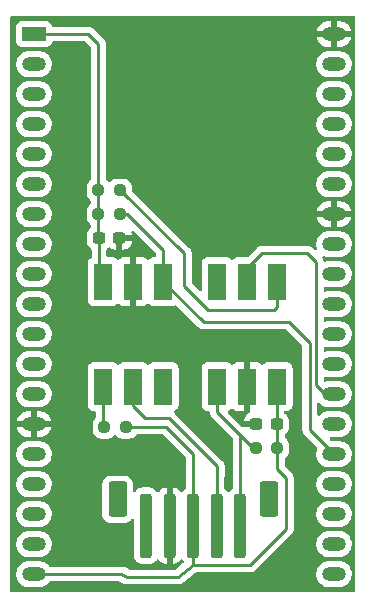
<source format=gbr>
%TF.GenerationSoftware,KiCad,Pcbnew,7.0.9-7.0.9~ubuntu20.04.1*%
%TF.CreationDate,2023-12-24T08:58:33+01:00*%
%TF.ProjectId,mitsubishi2MQTT_esp32dev,6d697473-7562-4697-9368-69324d515454,rev?*%
%TF.SameCoordinates,Original*%
%TF.FileFunction,Copper,L1,Top*%
%TF.FilePolarity,Positive*%
%FSLAX46Y46*%
G04 Gerber Fmt 4.6, Leading zero omitted, Abs format (unit mm)*
G04 Created by KiCad (PCBNEW 7.0.9-7.0.9~ubuntu20.04.1) date 2023-12-24 08:58:33*
%MOMM*%
%LPD*%
G01*
G04 APERTURE LIST*
G04 Aperture macros list*
%AMRoundRect*
0 Rectangle with rounded corners*
0 $1 Rounding radius*
0 $2 $3 $4 $5 $6 $7 $8 $9 X,Y pos of 4 corners*
0 Add a 4 corners polygon primitive as box body*
4,1,4,$2,$3,$4,$5,$6,$7,$8,$9,$2,$3,0*
0 Add four circle primitives for the rounded corners*
1,1,$1+$1,$2,$3*
1,1,$1+$1,$4,$5*
1,1,$1+$1,$6,$7*
1,1,$1+$1,$8,$9*
0 Add four rect primitives between the rounded corners*
20,1,$1+$1,$2,$3,$4,$5,0*
20,1,$1+$1,$4,$5,$6,$7,0*
20,1,$1+$1,$6,$7,$8,$9,0*
20,1,$1+$1,$8,$9,$2,$3,0*%
G04 Aperture macros list end*
%TA.AperFunction,SMDPad,CuDef*%
%ADD10R,1.600000X3.100000*%
%TD*%
%TA.AperFunction,SMDPad,CuDef*%
%ADD11RoundRect,0.237500X-0.300000X-0.237500X0.300000X-0.237500X0.300000X0.237500X-0.300000X0.237500X0*%
%TD*%
%TA.AperFunction,SMDPad,CuDef*%
%ADD12RoundRect,0.237500X-0.250000X-0.237500X0.250000X-0.237500X0.250000X0.237500X-0.250000X0.237500X0*%
%TD*%
%TA.AperFunction,SMDPad,CuDef*%
%ADD13RoundRect,0.237500X0.250000X0.237500X-0.250000X0.237500X-0.250000X-0.237500X0.250000X-0.237500X0*%
%TD*%
%TA.AperFunction,SMDPad,CuDef*%
%ADD14RoundRect,0.250000X-0.250000X-2.500000X0.250000X-2.500000X0.250000X2.500000X-0.250000X2.500000X0*%
%TD*%
%TA.AperFunction,SMDPad,CuDef*%
%ADD15RoundRect,0.250000X-0.550000X-1.250000X0.550000X-1.250000X0.550000X1.250000X-0.550000X1.250000X0*%
%TD*%
%TA.AperFunction,ComponentPad*%
%ADD16R,2.000000X1.200000*%
%TD*%
%TA.AperFunction,ComponentPad*%
%ADD17O,2.000000X1.200000*%
%TD*%
%TA.AperFunction,Conductor*%
%ADD18C,0.250000*%
%TD*%
G04 APERTURE END LIST*
D10*
%TO.P,U2,1*%
%TO.N,Net-(R4-Pad2)*%
X98552000Y-81915000D03*
%TO.P,U2,2*%
%TO.N,U1TX*%
X96012000Y-81915000D03*
%TO.P,U2,3*%
%TO.N,unconnected-(U2-Pad3)*%
X93472000Y-81915000D03*
%TO.P,U2,4*%
%TO.N,RX*%
X93472000Y-90805000D03*
%TO.P,U2,5*%
%TO.N,GND*%
X96012000Y-90805000D03*
%TO.P,U2,6*%
%TO.N,5V*%
X98552000Y-90805000D03*
%TD*%
D11*
%TO.P,C2,1*%
%TO.N,GND*%
X96774000Y-93980000D03*
%TO.P,C2,2*%
%TO.N,5V*%
X98499000Y-93980000D03*
%TD*%
D10*
%TO.P,U3,1*%
%TO.N,Net-(R1-Pad1)*%
X83820000Y-90805000D03*
%TO.P,U3,2*%
%TO.N,TX*%
X86360000Y-90805000D03*
%TO.P,U3,3*%
%TO.N,unconnected-(U3-Pad3)*%
X88900000Y-90805000D03*
%TO.P,U3,4*%
%TO.N,U1RX*%
X88900000Y-81915000D03*
%TO.P,U3,5*%
%TO.N,GND*%
X86360000Y-81915000D03*
%TO.P,U3,6*%
%TO.N,3V3*%
X83820000Y-81915000D03*
%TD*%
D12*
%TO.P,R4,2*%
%TO.N,Net-(R4-Pad2)*%
X85240500Y-74168000D03*
%TO.P,R4,1*%
%TO.N,3V3*%
X83415500Y-74168000D03*
%TD*%
%TO.P,R3,2*%
%TO.N,U1RX*%
X85240500Y-76200000D03*
%TO.P,R3,1*%
%TO.N,3V3*%
X83415500Y-76200000D03*
%TD*%
D13*
%TO.P,R2,1*%
%TO.N,5V*%
X98552000Y-96012000D03*
%TO.P,R2,2*%
%TO.N,RX*%
X96727000Y-96012000D03*
%TD*%
D12*
%TO.P,R1,1*%
%TO.N,Net-(R1-Pad1)*%
X83923500Y-94234000D03*
%TO.P,R1,2*%
%TO.N,5V*%
X85748500Y-94234000D03*
%TD*%
D11*
%TO.P,C3,1*%
%TO.N,3V3*%
X83465500Y-78232000D03*
%TO.P,C3,2*%
%TO.N,GND*%
X85190500Y-78232000D03*
%TD*%
D14*
%TO.P,CN105,1,Pin_1*%
%TO.N,unconnected-(CN105-Pin_1-Pad1)*%
X87440000Y-102600000D03*
%TO.P,CN105,2,Pin_2*%
%TO.N,GND*%
X89440000Y-102600000D03*
%TO.P,CN105,3,Pin_3*%
%TO.N,5V*%
X91440000Y-102600000D03*
%TO.P,CN105,4,Pin_4*%
%TO.N,TX*%
X93440000Y-102600000D03*
%TO.P,CN105,5,Pin_5*%
%TO.N,RX*%
X95440000Y-102600000D03*
D15*
%TO.P,CN105,MP*%
%TO.N,N/C*%
X97840000Y-100350000D03*
X85040000Y-100350000D03*
%TD*%
D16*
%TO.P,U1,1,3V3*%
%TO.N,3V3*%
X77960000Y-60960000D03*
D17*
%TO.P,U1,2,CHIP_PU*%
%TO.N,unconnected-(U1-CHIP_PU-Pad2)*%
X77960000Y-63500000D03*
%TO.P,U1,3,SENSOR_VP/GPIO36/ADC1_CH0*%
%TO.N,unconnected-(U1-SENSOR_VP{slash}GPIO36{slash}ADC1_CH0-Pad3)*%
X77960000Y-66040000D03*
%TO.P,U1,4,SENSOR_VN/GPIO39/ADC1_CH3*%
%TO.N,unconnected-(U1-SENSOR_VN{slash}GPIO39{slash}ADC1_CH3-Pad4)*%
X77960000Y-68580000D03*
%TO.P,U1,5,VDET_1/GPIO34/ADC1_CH6*%
%TO.N,unconnected-(U1-VDET_1{slash}GPIO34{slash}ADC1_CH6-Pad5)*%
X77960000Y-71120000D03*
%TO.P,U1,6,VDET_2/GPIO35/ADC1_CH7*%
%TO.N,unconnected-(U1-VDET_2{slash}GPIO35{slash}ADC1_CH7-Pad6)*%
X77960000Y-73660000D03*
%TO.P,U1,7,32K_XP/GPIO32/ADC1_CH4*%
%TO.N,unconnected-(U1-32K_XP{slash}GPIO32{slash}ADC1_CH4-Pad7)*%
X77960000Y-76200000D03*
%TO.P,U1,8,32K_XN/GPIO33/ADC1_CH5*%
%TO.N,unconnected-(U1-32K_XN{slash}GPIO33{slash}ADC1_CH5-Pad8)*%
X77960000Y-78740000D03*
%TO.P,U1,9,DAC_1/ADC2_CH8/GPIO25*%
%TO.N,unconnected-(U1-DAC_1{slash}ADC2_CH8{slash}GPIO25-Pad9)*%
X77960000Y-81280000D03*
%TO.P,U1,10,DAC_2/ADC2_CH9/GPIO26*%
%TO.N,unconnected-(U1-DAC_2{slash}ADC2_CH9{slash}GPIO26-Pad10)*%
X77960000Y-83820000D03*
%TO.P,U1,11,ADC2_CH7/GPIO27*%
%TO.N,unconnected-(U1-ADC2_CH7{slash}GPIO27-Pad11)*%
X77960000Y-86360000D03*
%TO.P,U1,12,MTMS/GPIO14/ADC2_CH6*%
%TO.N,unconnected-(U1-MTMS{slash}GPIO14{slash}ADC2_CH6-Pad12)*%
X77960000Y-88900000D03*
%TO.P,U1,13,MTDI/GPIO12/ADC2_CH5*%
%TO.N,unconnected-(U1-MTDI{slash}GPIO12{slash}ADC2_CH5-Pad13)*%
X77960000Y-91440000D03*
%TO.P,U1,14,GND*%
%TO.N,GND*%
X77960000Y-93980000D03*
%TO.P,U1,15,MTCK/GPIO13/ADC2_CH4*%
%TO.N,unconnected-(U1-MTCK{slash}GPIO13{slash}ADC2_CH4-Pad15)*%
X77960000Y-96520000D03*
%TO.P,U1,16,SD_DATA2/GPIO9*%
%TO.N,unconnected-(U1-SD_DATA2{slash}GPIO9-Pad16)*%
X77960000Y-99060000D03*
%TO.P,U1,17,SD_DATA3/GPIO10*%
%TO.N,unconnected-(U1-SD_DATA3{slash}GPIO10-Pad17)*%
X77960000Y-101600000D03*
%TO.P,U1,18,CMD*%
%TO.N,unconnected-(U1-CMD-Pad18)*%
X77960000Y-104140000D03*
%TO.P,U1,19,5V*%
%TO.N,5V*%
X77960000Y-106680000D03*
%TO.P,U1,20,SD_CLK/GPIO6*%
%TO.N,unconnected-(U1-SD_CLK{slash}GPIO6-Pad20)*%
X103356320Y-106677280D03*
%TO.P,U1,21,SD_DATA0/GPIO7*%
%TO.N,unconnected-(U1-SD_DATA0{slash}GPIO7-Pad21)*%
X103356320Y-104137280D03*
%TO.P,U1,22,SD_DATA1/GPIO8*%
%TO.N,unconnected-(U1-SD_DATA1{slash}GPIO8-Pad22)*%
X103360000Y-101600000D03*
%TO.P,U1,23,MTDO/GPIO15/ADC2_CH3*%
%TO.N,unconnected-(U1-MTDO{slash}GPIO15{slash}ADC2_CH3-Pad23)*%
X103360000Y-99060000D03*
%TO.P,U1,24,ADC2_CH2/GPIO2*%
%TO.N,U1RX*%
X103360000Y-96520000D03*
%TO.P,U1,25,GPIO0/BOOT/ADC2_CH1*%
%TO.N,unconnected-(U1-GPIO0{slash}BOOT{slash}ADC2_CH1-Pad25)*%
X103360000Y-93980000D03*
%TO.P,U1,26,ADC2_CH0/GPIO4*%
%TO.N,U1TX*%
X103360000Y-91440000D03*
%TO.P,U1,27,GPIO16*%
%TO.N,unconnected-(U1-GPIO16-Pad27)*%
X103360000Y-88900000D03*
%TO.P,U1,28,GPIO17*%
%TO.N,unconnected-(U1-GPIO17-Pad28)*%
X103360000Y-86360000D03*
%TO.P,U1,29,GPIO5*%
%TO.N,unconnected-(U1-GPIO5-Pad29)*%
X103360000Y-83820000D03*
%TO.P,U1,30,GPIO18*%
%TO.N,unconnected-(U1-GPIO18-Pad30)*%
X103360000Y-81280000D03*
%TO.P,U1,31,GPIO19*%
%TO.N,unconnected-(U1-GPIO19-Pad31)*%
X103360000Y-78740000D03*
%TO.P,U1,32,GND*%
%TO.N,GND*%
X103360000Y-76200000D03*
%TO.P,U1,33,GPIO21*%
%TO.N,unconnected-(U1-GPIO21-Pad33)*%
X103360000Y-73660000D03*
%TO.P,U1,34,U0RXD/GPIO3*%
%TO.N,unconnected-(U1-U0RXD{slash}GPIO3-Pad34)*%
X103360000Y-71120000D03*
%TO.P,U1,35,U0TXD/GPIO1*%
%TO.N,unconnected-(U1-U0TXD{slash}GPIO1-Pad35)*%
X103360000Y-68580000D03*
%TO.P,U1,36,GPIO22*%
%TO.N,unconnected-(U1-GPIO22-Pad36)*%
X103360000Y-66040000D03*
%TO.P,U1,37,GPIO23*%
%TO.N,unconnected-(U1-GPIO23-Pad37)*%
X103360000Y-63500000D03*
%TO.P,U1,38,GND*%
%TO.N,GND*%
X103360000Y-60960000D03*
%TD*%
D18*
%TO.N,3V3*%
X77960000Y-60960000D02*
X82550000Y-60960000D01*
%TO.N,5V*%
X77960000Y-106680000D02*
X85344000Y-106680000D01*
X85344000Y-106680000D02*
X85852000Y-106934000D01*
X85852000Y-106934000D02*
X90170000Y-106934000D01*
X90170000Y-106934000D02*
X91440000Y-105918000D01*
X85748500Y-94234000D02*
X89154000Y-94234000D01*
X89154000Y-94234000D02*
X91440000Y-96520000D01*
X91440000Y-96520000D02*
X91440000Y-102600000D01*
%TO.N,3V3*%
X82550000Y-60960000D02*
X83415500Y-61825500D01*
X83415500Y-61825500D02*
X83415500Y-74168000D01*
%TO.N,U1TX*%
X96012000Y-81915000D02*
X96012000Y-80772000D01*
X102618720Y-91442720D02*
X103360000Y-91442720D01*
X96012000Y-80772000D02*
X97282000Y-79502000D01*
X97282000Y-79502000D02*
X101092000Y-79502000D01*
X101092000Y-79502000D02*
X101854000Y-80264000D01*
X101854000Y-80264000D02*
X101854000Y-90678000D01*
X101854000Y-90678000D02*
X102618720Y-91442720D01*
%TO.N,Net-(R4-Pad2)*%
X98298000Y-84328000D02*
X98552000Y-84074000D01*
X92710000Y-84328000D02*
X98298000Y-84328000D01*
X98552000Y-84074000D02*
X98552000Y-81915000D01*
%TO.N,5V*%
X98499000Y-93980000D02*
X98499000Y-90858000D01*
X98499000Y-90858000D02*
X98552000Y-90805000D01*
%TO.N,RX*%
X93472000Y-90805000D02*
X93472000Y-92964000D01*
X93472000Y-92964000D02*
X95440000Y-94932000D01*
%TO.N,U1RX*%
X88900000Y-81915000D02*
X92329000Y-85344000D01*
X92329000Y-85344000D02*
X99568000Y-85344000D01*
X99568000Y-85344000D02*
X101316413Y-87092413D01*
X101316413Y-87092413D02*
X101316413Y-94476413D01*
X101316413Y-94476413D02*
X103360000Y-96520000D01*
%TO.N,5V*%
X98552000Y-96012000D02*
X98552000Y-97790000D01*
X98552000Y-97790000D02*
X99314000Y-98552000D01*
X99314000Y-98552000D02*
X99314000Y-102870000D01*
X96266000Y-105918000D02*
X91440000Y-105918000D01*
X99314000Y-102870000D02*
X96266000Y-105918000D01*
X91440000Y-102600000D02*
X91440000Y-105918000D01*
%TO.N,TX*%
X93440000Y-102600000D02*
X93472000Y-97536000D01*
X93472000Y-97536000D02*
X89408000Y-93472000D01*
X89408000Y-93472000D02*
X87376000Y-93472000D01*
X87376000Y-93472000D02*
X86360000Y-92456000D01*
X86360000Y-92456000D02*
X86360000Y-90805000D01*
%TO.N,5V*%
X98552000Y-96012000D02*
X98552000Y-94033000D01*
X98552000Y-94033000D02*
X98499000Y-93980000D01*
%TO.N,RX*%
X96727000Y-96012000D02*
X96520000Y-96012000D01*
X96520000Y-96012000D02*
X95440000Y-94932000D01*
%TO.N,Net-(R4-Pad2)*%
X90678000Y-79502000D02*
X85240500Y-74168000D01*
X92710000Y-84328000D02*
X90678000Y-82296000D01*
X90678000Y-82296000D02*
X90678000Y-79502000D01*
%TO.N,U1RX*%
X85240500Y-76200000D02*
X85852000Y-76200000D01*
X85852000Y-76200000D02*
X88900000Y-79248000D01*
X88900000Y-79248000D02*
X88900000Y-81915000D01*
%TO.N,3V3*%
X83465500Y-78232000D02*
X83465500Y-81560500D01*
X83465500Y-81560500D02*
X83820000Y-81915000D01*
X83415500Y-74168000D02*
X83415500Y-78182000D01*
X83415500Y-78182000D02*
X83465500Y-78232000D01*
%TO.N,U1RX*%
X103360000Y-96522720D02*
X102618720Y-96522720D01*
%TO.N,U1TX*%
X96520000Y-83312000D02*
X96520000Y-81915000D01*
%TO.N,5V*%
X98552000Y-91313000D02*
X99060000Y-90805000D01*
%TO.N,RX*%
X95440000Y-102600000D02*
X95440000Y-94932000D01*
%TO.N,Net-(R1-Pad1)*%
X83820000Y-93980000D02*
X83820000Y-90805000D01*
%TO.N,TX*%
X93426200Y-102586221D02*
G75*
G03*
X93440000Y-102600000I13800J21D01*
G01*
%TO.N,5V*%
X91440000Y-104140000D02*
X91440000Y-101600000D01*
%TD*%
%TA.AperFunction,Conductor*%
%TO.N,GND*%
G36*
X105099039Y-59455685D02*
G01*
X105144794Y-59508489D01*
X105156000Y-59560000D01*
X105156000Y-108080000D01*
X105136315Y-108147039D01*
X105083511Y-108192794D01*
X105032000Y-108204000D01*
X76070000Y-108204000D01*
X76002961Y-108184315D01*
X75957206Y-108131511D01*
X75946000Y-108080000D01*
X75946000Y-106627401D01*
X76455746Y-106627401D01*
X76465745Y-106837327D01*
X76515296Y-107041578D01*
X76515298Y-107041582D01*
X76602598Y-107232743D01*
X76602601Y-107232748D01*
X76602602Y-107232750D01*
X76602604Y-107232753D01*
X76703394Y-107374293D01*
X76724515Y-107403953D01*
X76724520Y-107403959D01*
X76876620Y-107548985D01*
X76971578Y-107610011D01*
X77053428Y-107662613D01*
X77248543Y-107740725D01*
X77351729Y-107760612D01*
X77454914Y-107780500D01*
X77454915Y-107780500D01*
X78412419Y-107780500D01*
X78412425Y-107780500D01*
X78569218Y-107765528D01*
X78770875Y-107706316D01*
X78957682Y-107610011D01*
X79122886Y-107480092D01*
X79237088Y-107348297D01*
X79295867Y-107310523D01*
X79330801Y-107305500D01*
X85167067Y-107305500D01*
X85222521Y-107318591D01*
X85393244Y-107403952D01*
X85561366Y-107488013D01*
X85619908Y-107520197D01*
X85665638Y-107531938D01*
X85667577Y-107532436D01*
X85672709Y-107533993D01*
X85719142Y-107550314D01*
X85719141Y-107550314D01*
X85723029Y-107550651D01*
X85736245Y-107551799D01*
X85756342Y-107555227D01*
X85772981Y-107559500D01*
X85822197Y-107559500D01*
X85827565Y-107559733D01*
X85842866Y-107561061D01*
X85876587Y-107563991D01*
X85888050Y-107562086D01*
X85893524Y-107561177D01*
X85913847Y-107559500D01*
X90142751Y-107559500D01*
X90147660Y-107559695D01*
X90166181Y-107561165D01*
X90199257Y-107563792D01*
X90261439Y-107552983D01*
X90264186Y-107552572D01*
X90326792Y-107544664D01*
X90328603Y-107543947D01*
X90353039Y-107537064D01*
X90353131Y-107537047D01*
X90354961Y-107536730D01*
X90412484Y-107510805D01*
X90415052Y-107509718D01*
X90473732Y-107486486D01*
X90475307Y-107485340D01*
X90497262Y-107472598D01*
X90499043Y-107471796D01*
X90548316Y-107432376D01*
X90550535Y-107430684D01*
X90601587Y-107393594D01*
X90602835Y-107392084D01*
X90620912Y-107374299D01*
X91557937Y-106624681D01*
X101852066Y-106624681D01*
X101862065Y-106834607D01*
X101911616Y-107038858D01*
X101911618Y-107038862D01*
X101998918Y-107230023D01*
X101998921Y-107230028D01*
X101998922Y-107230030D01*
X101998924Y-107230033D01*
X102114328Y-107392095D01*
X102120835Y-107401233D01*
X102120840Y-107401239D01*
X102272940Y-107546265D01*
X102414117Y-107636994D01*
X102449748Y-107659893D01*
X102644863Y-107738005D01*
X102748049Y-107757892D01*
X102851234Y-107777780D01*
X102851235Y-107777780D01*
X103808739Y-107777780D01*
X103808745Y-107777780D01*
X103965538Y-107762808D01*
X104167195Y-107703596D01*
X104354002Y-107607291D01*
X104519206Y-107477372D01*
X104656839Y-107318536D01*
X104661466Y-107310523D01*
X104761921Y-107136529D01*
X104761920Y-107136529D01*
X104761924Y-107136524D01*
X104830664Y-106937913D01*
X104860574Y-106729882D01*
X104850574Y-106519950D01*
X104801024Y-106315704D01*
X104757660Y-106220750D01*
X104713721Y-106124536D01*
X104713718Y-106124531D01*
X104713717Y-106124530D01*
X104713716Y-106124527D01*
X104591806Y-105953328D01*
X104591804Y-105953326D01*
X104591799Y-105953320D01*
X104439699Y-105808294D01*
X104262894Y-105694668D01*
X104258008Y-105692712D01*
X104153724Y-105650963D01*
X104067775Y-105616554D01*
X103861406Y-105576780D01*
X103861405Y-105576780D01*
X102903895Y-105576780D01*
X102747102Y-105591752D01*
X102747098Y-105591753D01*
X102545447Y-105650963D01*
X102358633Y-105747271D01*
X102193436Y-105877185D01*
X102193432Y-105877189D01*
X102055798Y-106036026D01*
X101950718Y-106218030D01*
X101881976Y-106416645D01*
X101881976Y-106416647D01*
X101863426Y-106545672D01*
X101852066Y-106624681D01*
X91557937Y-106624681D01*
X91625448Y-106570672D01*
X91690094Y-106544164D01*
X91702910Y-106543500D01*
X96183257Y-106543500D01*
X96198877Y-106545224D01*
X96198904Y-106544939D01*
X96206660Y-106545671D01*
X96206667Y-106545673D01*
X96275814Y-106543500D01*
X96305350Y-106543500D01*
X96312228Y-106542630D01*
X96318041Y-106542172D01*
X96364627Y-106540709D01*
X96383869Y-106535117D01*
X96402912Y-106531174D01*
X96422792Y-106528664D01*
X96466122Y-106511507D01*
X96471646Y-106509617D01*
X96475396Y-106508527D01*
X96516390Y-106496618D01*
X96533629Y-106486422D01*
X96551103Y-106477862D01*
X96569727Y-106470488D01*
X96569727Y-106470487D01*
X96569732Y-106470486D01*
X96607449Y-106443082D01*
X96612305Y-106439892D01*
X96652420Y-106416170D01*
X96666589Y-106401999D01*
X96681379Y-106389368D01*
X96697587Y-106377594D01*
X96727299Y-106341676D01*
X96731212Y-106337376D01*
X98983908Y-104084681D01*
X101852066Y-104084681D01*
X101862065Y-104294607D01*
X101911616Y-104498858D01*
X101911618Y-104498862D01*
X101998918Y-104690023D01*
X101998921Y-104690028D01*
X101998922Y-104690030D01*
X101998924Y-104690033D01*
X102119180Y-104858909D01*
X102120835Y-104861233D01*
X102120840Y-104861239D01*
X102272940Y-105006265D01*
X102414117Y-105096994D01*
X102449748Y-105119893D01*
X102644863Y-105198005D01*
X102748049Y-105217892D01*
X102851234Y-105237780D01*
X102851235Y-105237780D01*
X103808739Y-105237780D01*
X103808745Y-105237780D01*
X103965538Y-105222808D01*
X104167195Y-105163596D01*
X104354002Y-105067291D01*
X104519206Y-104937372D01*
X104656839Y-104778536D01*
X104761924Y-104596524D01*
X104830664Y-104397913D01*
X104860574Y-104189882D01*
X104850574Y-103979950D01*
X104801024Y-103775704D01*
X104757660Y-103680750D01*
X104713721Y-103584536D01*
X104713718Y-103584531D01*
X104713717Y-103584530D01*
X104713716Y-103584527D01*
X104591806Y-103413328D01*
X104591804Y-103413326D01*
X104591799Y-103413320D01*
X104439699Y-103268294D01*
X104262894Y-103154668D01*
X104067775Y-103076554D01*
X103861406Y-103036780D01*
X103861405Y-103036780D01*
X102903895Y-103036780D01*
X102747102Y-103051752D01*
X102747098Y-103051753D01*
X102545447Y-103110963D01*
X102358633Y-103207271D01*
X102193436Y-103337185D01*
X102193432Y-103337189D01*
X102055798Y-103496026D01*
X101950718Y-103678030D01*
X101881976Y-103876645D01*
X101881976Y-103876647D01*
X101866733Y-103982670D01*
X101852066Y-104084681D01*
X98983908Y-104084681D01*
X99697788Y-103370801D01*
X99710042Y-103360986D01*
X99709859Y-103360764D01*
X99715866Y-103355792D01*
X99715877Y-103355786D01*
X99746775Y-103322882D01*
X99763227Y-103305364D01*
X99773671Y-103294918D01*
X99784120Y-103284471D01*
X99788379Y-103278978D01*
X99792152Y-103274561D01*
X99824062Y-103240582D01*
X99833715Y-103223020D01*
X99844389Y-103206770D01*
X99856673Y-103190936D01*
X99875180Y-103148167D01*
X99877749Y-103142924D01*
X99893824Y-103113684D01*
X99900197Y-103102092D01*
X99905177Y-103082691D01*
X99911478Y-103064288D01*
X99919438Y-103045896D01*
X99926730Y-102999849D01*
X99927911Y-102994152D01*
X99939500Y-102949019D01*
X99939500Y-102928983D01*
X99941027Y-102909582D01*
X99944160Y-102889804D01*
X99939775Y-102843415D01*
X99939500Y-102837577D01*
X99939500Y-101547401D01*
X101855746Y-101547401D01*
X101865745Y-101757327D01*
X101915296Y-101961578D01*
X101915298Y-101961582D01*
X102002598Y-102152743D01*
X102002601Y-102152748D01*
X102002602Y-102152750D01*
X102002604Y-102152753D01*
X102065627Y-102241256D01*
X102124515Y-102323953D01*
X102124520Y-102323959D01*
X102276620Y-102468985D01*
X102371578Y-102530011D01*
X102453428Y-102582613D01*
X102648543Y-102660725D01*
X102751729Y-102680612D01*
X102854914Y-102700500D01*
X102854915Y-102700500D01*
X103812419Y-102700500D01*
X103812425Y-102700500D01*
X103969218Y-102685528D01*
X104170875Y-102626316D01*
X104357682Y-102530011D01*
X104522886Y-102400092D01*
X104660519Y-102241256D01*
X104765604Y-102059244D01*
X104834344Y-101860633D01*
X104864254Y-101652602D01*
X104854254Y-101442670D01*
X104804704Y-101238424D01*
X104804701Y-101238417D01*
X104717401Y-101047256D01*
X104717398Y-101047251D01*
X104717397Y-101047250D01*
X104717396Y-101047247D01*
X104595486Y-100876048D01*
X104595484Y-100876046D01*
X104595479Y-100876040D01*
X104443379Y-100731014D01*
X104266574Y-100617388D01*
X104071455Y-100539274D01*
X103865086Y-100499500D01*
X103865085Y-100499500D01*
X102907575Y-100499500D01*
X102750782Y-100514472D01*
X102750778Y-100514473D01*
X102549127Y-100573683D01*
X102362313Y-100669991D01*
X102197116Y-100799905D01*
X102197112Y-100799909D01*
X102059478Y-100958746D01*
X101954398Y-101140750D01*
X101885656Y-101339365D01*
X101885656Y-101339367D01*
X101870804Y-101442670D01*
X101855746Y-101547401D01*
X99939500Y-101547401D01*
X99939500Y-99007401D01*
X101855746Y-99007401D01*
X101865745Y-99217327D01*
X101915296Y-99421578D01*
X101915298Y-99421582D01*
X102002598Y-99612743D01*
X102002601Y-99612748D01*
X102002602Y-99612750D01*
X102002604Y-99612753D01*
X102117189Y-99773665D01*
X102124515Y-99783953D01*
X102124520Y-99783959D01*
X102276620Y-99928985D01*
X102371578Y-99990011D01*
X102453428Y-100042613D01*
X102648543Y-100120725D01*
X102751729Y-100140612D01*
X102854914Y-100160500D01*
X102854915Y-100160500D01*
X103812419Y-100160500D01*
X103812425Y-100160500D01*
X103969218Y-100145528D01*
X104170875Y-100086316D01*
X104357682Y-99990011D01*
X104522886Y-99860092D01*
X104660519Y-99701256D01*
X104675376Y-99675524D01*
X104765601Y-99519249D01*
X104765600Y-99519249D01*
X104765604Y-99519244D01*
X104834344Y-99320633D01*
X104864254Y-99112602D01*
X104854254Y-98902670D01*
X104804704Y-98698424D01*
X104804701Y-98698417D01*
X104717401Y-98507256D01*
X104717398Y-98507251D01*
X104717397Y-98507250D01*
X104717396Y-98507247D01*
X104595486Y-98336048D01*
X104595484Y-98336046D01*
X104595479Y-98336040D01*
X104443379Y-98191014D01*
X104266574Y-98077388D01*
X104260866Y-98075103D01*
X104071457Y-97999275D01*
X104071455Y-97999274D01*
X103865086Y-97959500D01*
X103865085Y-97959500D01*
X102907575Y-97959500D01*
X102750782Y-97974472D01*
X102750778Y-97974473D01*
X102549127Y-98033683D01*
X102362313Y-98129991D01*
X102197116Y-98259905D01*
X102197112Y-98259909D01*
X102059478Y-98418746D01*
X101954398Y-98600750D01*
X101885656Y-98799365D01*
X101885656Y-98799367D01*
X101864401Y-98947204D01*
X101855746Y-99007401D01*
X99939500Y-99007401D01*
X99939500Y-98634742D01*
X99941224Y-98619122D01*
X99940939Y-98619095D01*
X99941673Y-98611333D01*
X99939500Y-98542172D01*
X99939500Y-98512656D01*
X99939500Y-98512650D01*
X99938631Y-98505779D01*
X99938173Y-98499952D01*
X99936710Y-98453373D01*
X99931119Y-98434130D01*
X99927173Y-98415078D01*
X99924664Y-98395208D01*
X99907504Y-98351867D01*
X99905624Y-98346379D01*
X99892618Y-98301610D01*
X99882422Y-98284370D01*
X99873861Y-98266894D01*
X99866487Y-98248270D01*
X99866486Y-98248268D01*
X99839079Y-98210545D01*
X99835888Y-98205686D01*
X99827211Y-98191014D01*
X99812170Y-98165580D01*
X99812168Y-98165578D01*
X99812165Y-98165574D01*
X99798006Y-98151415D01*
X99785368Y-98136619D01*
X99781594Y-98131424D01*
X99773594Y-98120413D01*
X99737688Y-98090709D01*
X99733376Y-98086786D01*
X99213819Y-97567228D01*
X99180334Y-97505905D01*
X99177500Y-97479547D01*
X99177500Y-96954191D01*
X99197185Y-96887152D01*
X99236404Y-96848652D01*
X99239099Y-96846989D01*
X99262850Y-96832340D01*
X99384840Y-96710350D01*
X99475408Y-96563516D01*
X99529674Y-96399753D01*
X99540000Y-96298677D01*
X99539999Y-95725324D01*
X99539445Y-95719905D01*
X99529674Y-95624247D01*
X99475408Y-95460484D01*
X99384840Y-95313650D01*
X99262850Y-95191660D01*
X99262847Y-95191657D01*
X99236401Y-95175345D01*
X99189678Y-95123397D01*
X99177500Y-95069808D01*
X99177500Y-94920340D01*
X99197185Y-94853301D01*
X99236406Y-94814800D01*
X99259848Y-94800341D01*
X99259847Y-94800341D01*
X99259850Y-94800340D01*
X99381840Y-94678350D01*
X99472408Y-94531516D01*
X99526674Y-94367753D01*
X99537000Y-94266677D01*
X99536999Y-93693324D01*
X99535891Y-93682481D01*
X99526674Y-93592247D01*
X99516357Y-93561114D01*
X99472408Y-93428484D01*
X99381840Y-93281650D01*
X99259850Y-93159660D01*
X99259846Y-93159657D01*
X99183403Y-93112506D01*
X99136678Y-93060558D01*
X99124500Y-93006968D01*
X99124500Y-92979499D01*
X99144185Y-92912460D01*
X99196989Y-92866705D01*
X99248500Y-92855499D01*
X99399871Y-92855499D01*
X99399872Y-92855499D01*
X99459483Y-92849091D01*
X99594331Y-92798796D01*
X99709546Y-92712546D01*
X99795796Y-92597331D01*
X99846091Y-92462483D01*
X99852500Y-92402873D01*
X99852499Y-89207128D01*
X99846091Y-89147517D01*
X99812453Y-89057330D01*
X99795797Y-89012671D01*
X99795793Y-89012664D01*
X99709547Y-88897455D01*
X99709544Y-88897452D01*
X99594335Y-88811206D01*
X99594328Y-88811202D01*
X99459482Y-88760908D01*
X99459483Y-88760908D01*
X99399883Y-88754501D01*
X99399881Y-88754500D01*
X99399873Y-88754500D01*
X99399864Y-88754500D01*
X97704129Y-88754500D01*
X97704123Y-88754501D01*
X97644516Y-88760908D01*
X97509671Y-88811202D01*
X97509664Y-88811206D01*
X97394455Y-88897452D01*
X97394452Y-88897455D01*
X97380951Y-88915490D01*
X97325016Y-88957359D01*
X97255325Y-88962341D01*
X97194003Y-88928854D01*
X97182419Y-88915486D01*
X97169185Y-88897808D01*
X97054093Y-88811649D01*
X97054086Y-88811645D01*
X96919379Y-88761403D01*
X96919372Y-88761401D01*
X96859844Y-88755000D01*
X96262000Y-88755000D01*
X96262000Y-92860273D01*
X96289142Y-92909980D01*
X96284158Y-92979672D01*
X96242286Y-93035605D01*
X96206982Y-93054043D01*
X96160203Y-93069544D01*
X96160188Y-93069551D01*
X96013465Y-93160052D01*
X96013461Y-93160055D01*
X95891555Y-93281961D01*
X95891552Y-93281965D01*
X95801051Y-93428688D01*
X95801046Y-93428699D01*
X95746819Y-93592347D01*
X95736500Y-93693345D01*
X95736500Y-93730000D01*
X96900000Y-93730000D01*
X96967039Y-93749685D01*
X97012794Y-93802489D01*
X97024000Y-93854000D01*
X97024000Y-94106000D01*
X97004315Y-94173039D01*
X96951511Y-94218794D01*
X96900000Y-94230000D01*
X95710957Y-94230000D01*
X95705904Y-94232759D01*
X95636212Y-94227775D01*
X95591865Y-94199274D01*
X94415551Y-93022960D01*
X94382066Y-92961637D01*
X94387050Y-92891945D01*
X94428922Y-92836012D01*
X94459894Y-92819099D01*
X94514331Y-92798796D01*
X94629546Y-92712546D01*
X94643047Y-92694510D01*
X94698977Y-92652642D01*
X94768669Y-92647657D01*
X94829993Y-92681141D01*
X94841579Y-92694513D01*
X94854811Y-92712189D01*
X94854812Y-92712190D01*
X94969906Y-92798350D01*
X94969913Y-92798354D01*
X95104620Y-92848596D01*
X95104627Y-92848598D01*
X95164155Y-92854999D01*
X95164172Y-92855000D01*
X95762000Y-92855000D01*
X95762000Y-88755000D01*
X95164155Y-88755000D01*
X95104627Y-88761401D01*
X95104620Y-88761403D01*
X94969913Y-88811645D01*
X94969906Y-88811649D01*
X94854812Y-88897809D01*
X94841578Y-88915488D01*
X94785644Y-88957359D01*
X94715952Y-88962342D01*
X94654629Y-88928856D01*
X94643046Y-88915487D01*
X94629547Y-88897455D01*
X94629544Y-88897452D01*
X94514335Y-88811206D01*
X94514328Y-88811202D01*
X94379482Y-88760908D01*
X94379483Y-88760908D01*
X94319883Y-88754501D01*
X94319881Y-88754500D01*
X94319873Y-88754500D01*
X94319864Y-88754500D01*
X92624129Y-88754500D01*
X92624123Y-88754501D01*
X92564516Y-88760908D01*
X92429671Y-88811202D01*
X92429664Y-88811206D01*
X92314455Y-88897452D01*
X92314452Y-88897455D01*
X92228206Y-89012664D01*
X92228202Y-89012671D01*
X92177908Y-89147517D01*
X92171501Y-89207116D01*
X92171501Y-89207123D01*
X92171500Y-89207135D01*
X92171500Y-92402870D01*
X92171501Y-92402876D01*
X92177908Y-92462483D01*
X92228202Y-92597328D01*
X92228206Y-92597335D01*
X92314452Y-92712544D01*
X92314455Y-92712547D01*
X92429664Y-92798793D01*
X92429671Y-92798797D01*
X92474618Y-92815561D01*
X92564517Y-92849091D01*
X92624127Y-92855500D01*
X92722500Y-92855499D01*
X92789538Y-92875183D01*
X92835294Y-92927986D01*
X92846500Y-92979499D01*
X92846500Y-93003343D01*
X92846501Y-93003360D01*
X92847368Y-93010231D01*
X92847826Y-93016050D01*
X92849290Y-93062624D01*
X92849291Y-93062627D01*
X92854880Y-93081867D01*
X92858824Y-93100911D01*
X92861336Y-93120791D01*
X92878490Y-93164119D01*
X92880382Y-93169647D01*
X92891370Y-93207468D01*
X92893382Y-93214390D01*
X92901412Y-93227969D01*
X92903580Y-93231634D01*
X92912136Y-93249100D01*
X92919514Y-93267732D01*
X92929624Y-93281648D01*
X92946898Y-93305423D01*
X92950106Y-93310307D01*
X92973827Y-93350416D01*
X92973833Y-93350424D01*
X92987990Y-93364580D01*
X93000628Y-93379376D01*
X93012405Y-93395586D01*
X93012406Y-93395587D01*
X93048309Y-93425288D01*
X93052620Y-93429210D01*
X93931051Y-94307641D01*
X94778181Y-95154771D01*
X94811666Y-95216094D01*
X94814500Y-95242452D01*
X94814500Y-99380621D01*
X94794815Y-99447660D01*
X94755599Y-99486158D01*
X94721346Y-99507285D01*
X94597289Y-99631342D01*
X94545539Y-99715243D01*
X94493591Y-99761967D01*
X94424628Y-99773190D01*
X94360546Y-99745346D01*
X94334461Y-99715243D01*
X94309961Y-99675522D01*
X94282712Y-99631344D01*
X94158656Y-99507288D01*
X94158655Y-99507287D01*
X94144681Y-99498668D01*
X94097957Y-99446720D01*
X94085781Y-99392348D01*
X94096979Y-97620291D01*
X94098957Y-97602901D01*
X94099671Y-97595341D01*
X94099673Y-97595333D01*
X94097561Y-97528155D01*
X94097736Y-97500603D01*
X94096650Y-97491557D01*
X94096240Y-97486124D01*
X94094709Y-97437373D01*
X94089784Y-97420423D01*
X94085744Y-97400595D01*
X94083643Y-97383073D01*
X94083643Y-97383070D01*
X94065975Y-97337611D01*
X94064226Y-97332448D01*
X94050619Y-97285613D01*
X94050617Y-97285607D01*
X94041634Y-97270418D01*
X94032788Y-97252216D01*
X94026395Y-97235766D01*
X93997974Y-97196123D01*
X93994994Y-97191556D01*
X93970171Y-97149582D01*
X93970169Y-97149579D01*
X93957687Y-97137097D01*
X93944599Y-97121674D01*
X93934312Y-97107326D01*
X93934310Y-97107324D01*
X93896925Y-97075996D01*
X93892915Y-97072325D01*
X89908803Y-93088212D01*
X89898980Y-93075950D01*
X89898759Y-93076134D01*
X89893786Y-93070123D01*
X89868970Y-93046819D01*
X89846420Y-93025643D01*
X89811027Y-92965403D01*
X89813819Y-92895589D01*
X89853913Y-92838368D01*
X89887969Y-92819071D01*
X89942331Y-92798796D01*
X90057546Y-92712546D01*
X90143796Y-92597331D01*
X90194091Y-92462483D01*
X90200500Y-92402873D01*
X90200499Y-89207128D01*
X90194091Y-89147517D01*
X90160453Y-89057330D01*
X90143797Y-89012671D01*
X90143793Y-89012664D01*
X90057547Y-88897455D01*
X90057544Y-88897452D01*
X89942335Y-88811206D01*
X89942328Y-88811202D01*
X89807482Y-88760908D01*
X89807483Y-88760908D01*
X89747883Y-88754501D01*
X89747881Y-88754500D01*
X89747873Y-88754500D01*
X89747864Y-88754500D01*
X88052129Y-88754500D01*
X88052123Y-88754501D01*
X87992516Y-88760908D01*
X87857671Y-88811202D01*
X87857664Y-88811206D01*
X87742455Y-88897452D01*
X87729266Y-88915071D01*
X87673332Y-88956941D01*
X87603640Y-88961925D01*
X87542317Y-88928439D01*
X87530734Y-88915071D01*
X87517546Y-88897454D01*
X87517544Y-88897453D01*
X87517544Y-88897452D01*
X87402335Y-88811206D01*
X87402328Y-88811202D01*
X87267482Y-88760908D01*
X87267483Y-88760908D01*
X87207883Y-88754501D01*
X87207881Y-88754500D01*
X87207873Y-88754500D01*
X87207864Y-88754500D01*
X85512129Y-88754500D01*
X85512123Y-88754501D01*
X85452516Y-88760908D01*
X85317671Y-88811202D01*
X85317664Y-88811206D01*
X85202455Y-88897452D01*
X85189266Y-88915071D01*
X85133332Y-88956941D01*
X85063640Y-88961925D01*
X85002317Y-88928439D01*
X84990734Y-88915071D01*
X84977546Y-88897454D01*
X84977544Y-88897453D01*
X84977544Y-88897452D01*
X84862335Y-88811206D01*
X84862328Y-88811202D01*
X84727482Y-88760908D01*
X84727483Y-88760908D01*
X84667883Y-88754501D01*
X84667881Y-88754500D01*
X84667873Y-88754500D01*
X84667864Y-88754500D01*
X82972129Y-88754500D01*
X82972123Y-88754501D01*
X82912516Y-88760908D01*
X82777671Y-88811202D01*
X82777664Y-88811206D01*
X82662455Y-88897452D01*
X82662452Y-88897455D01*
X82576206Y-89012664D01*
X82576202Y-89012671D01*
X82525908Y-89147517D01*
X82519501Y-89207116D01*
X82519501Y-89207123D01*
X82519500Y-89207135D01*
X82519500Y-92402870D01*
X82519501Y-92402876D01*
X82525908Y-92462483D01*
X82576202Y-92597328D01*
X82576206Y-92597335D01*
X82662452Y-92712544D01*
X82662455Y-92712547D01*
X82777664Y-92798793D01*
X82777671Y-92798797D01*
X82822618Y-92815561D01*
X82912517Y-92849091D01*
X82972127Y-92855500D01*
X83070500Y-92855499D01*
X83137538Y-92875183D01*
X83183294Y-92927986D01*
X83194500Y-92979499D01*
X83194500Y-93380448D01*
X83174815Y-93447487D01*
X83158181Y-93468129D01*
X83090661Y-93535648D01*
X83000093Y-93682481D01*
X83000092Y-93682484D01*
X82945826Y-93846247D01*
X82945826Y-93846248D01*
X82945825Y-93846248D01*
X82935500Y-93947315D01*
X82935500Y-94520669D01*
X82935501Y-94520687D01*
X82945825Y-94621752D01*
X82965810Y-94682060D01*
X82998312Y-94780145D01*
X83000092Y-94785515D01*
X83000093Y-94785518D01*
X83020027Y-94817836D01*
X83090660Y-94932350D01*
X83212650Y-95054340D01*
X83359484Y-95144908D01*
X83523247Y-95199174D01*
X83624323Y-95209500D01*
X84222676Y-95209499D01*
X84222684Y-95209498D01*
X84222687Y-95209498D01*
X84278030Y-95203844D01*
X84323753Y-95199174D01*
X84487516Y-95144908D01*
X84634350Y-95054340D01*
X84748319Y-94940371D01*
X84809642Y-94906886D01*
X84879334Y-94911870D01*
X84923681Y-94940371D01*
X85037650Y-95054340D01*
X85184484Y-95144908D01*
X85348247Y-95199174D01*
X85449323Y-95209500D01*
X86047676Y-95209499D01*
X86047684Y-95209498D01*
X86047687Y-95209498D01*
X86103030Y-95203844D01*
X86148753Y-95199174D01*
X86312516Y-95144908D01*
X86459350Y-95054340D01*
X86581340Y-94932350D01*
X86589942Y-94918404D01*
X86641890Y-94871679D01*
X86695481Y-94859500D01*
X88843548Y-94859500D01*
X88910587Y-94879185D01*
X88931229Y-94895819D01*
X90778181Y-96742771D01*
X90811666Y-96804094D01*
X90814500Y-96830452D01*
X90814500Y-99380621D01*
X90794815Y-99447660D01*
X90755599Y-99486158D01*
X90721346Y-99507285D01*
X90597288Y-99631343D01*
X90597285Y-99631347D01*
X90545244Y-99715719D01*
X90493296Y-99762444D01*
X90424334Y-99773665D01*
X90360252Y-99745822D01*
X90334167Y-99715719D01*
X90282315Y-99631654D01*
X90158345Y-99507684D01*
X90009124Y-99415643D01*
X90009119Y-99415641D01*
X89842697Y-99360494D01*
X89842690Y-99360493D01*
X89739986Y-99350000D01*
X89690000Y-99350000D01*
X89690000Y-105849999D01*
X89739972Y-105849999D01*
X89739986Y-105849998D01*
X89842697Y-105839505D01*
X90009119Y-105784358D01*
X90009124Y-105784356D01*
X90158345Y-105692315D01*
X90282317Y-105568343D01*
X90334167Y-105484281D01*
X90386115Y-105437556D01*
X90455077Y-105426333D01*
X90519159Y-105454176D01*
X90545244Y-105484279D01*
X90597287Y-105568655D01*
X90597289Y-105568657D01*
X90622925Y-105594293D01*
X90656410Y-105655616D01*
X90651426Y-105725308D01*
X90612706Y-105778802D01*
X89984551Y-106281328D01*
X89919906Y-106307836D01*
X89907089Y-106308500D01*
X86028933Y-106308500D01*
X85973479Y-106295409D01*
X85634642Y-106125991D01*
X85576088Y-106093801D01*
X85576090Y-106093801D01*
X85528425Y-106081563D01*
X85523286Y-106080003D01*
X85476864Y-106063687D01*
X85476854Y-106063685D01*
X85459742Y-106062198D01*
X85439646Y-106058769D01*
X85423020Y-106054500D01*
X85423019Y-106054500D01*
X85373812Y-106054500D01*
X85368444Y-106054267D01*
X85319417Y-106050008D01*
X85319407Y-106050008D01*
X85302480Y-106052822D01*
X85282152Y-106054500D01*
X79329520Y-106054500D01*
X79262481Y-106034815D01*
X79228513Y-106002427D01*
X79195490Y-105956052D01*
X79195479Y-105956040D01*
X79043379Y-105811014D01*
X78866574Y-105697388D01*
X78859777Y-105694667D01*
X78671457Y-105619275D01*
X78671455Y-105619274D01*
X78465086Y-105579500D01*
X78465085Y-105579500D01*
X77507575Y-105579500D01*
X77352657Y-105594293D01*
X77350782Y-105594472D01*
X77350778Y-105594473D01*
X77149127Y-105653683D01*
X76962313Y-105749991D01*
X76797116Y-105879905D01*
X76797112Y-105879909D01*
X76659478Y-106038746D01*
X76554398Y-106220750D01*
X76485656Y-106419365D01*
X76485656Y-106419367D01*
X76456138Y-106624678D01*
X76455746Y-106627401D01*
X75946000Y-106627401D01*
X75946000Y-104087401D01*
X76455746Y-104087401D01*
X76465745Y-104297327D01*
X76515296Y-104501578D01*
X76515298Y-104501582D01*
X76602598Y-104692743D01*
X76602601Y-104692748D01*
X76602602Y-104692750D01*
X76602604Y-104692753D01*
X76665627Y-104781256D01*
X76724515Y-104863953D01*
X76724520Y-104863959D01*
X76876620Y-105008985D01*
X76971578Y-105070011D01*
X77053428Y-105122613D01*
X77248543Y-105200725D01*
X77351729Y-105220612D01*
X77454914Y-105240500D01*
X77454915Y-105240500D01*
X78412419Y-105240500D01*
X78412425Y-105240500D01*
X78569218Y-105225528D01*
X78770875Y-105166316D01*
X78957682Y-105070011D01*
X79122886Y-104940092D01*
X79260519Y-104781256D01*
X79262090Y-104778536D01*
X79365601Y-104599249D01*
X79365600Y-104599249D01*
X79365604Y-104599244D01*
X79434344Y-104400633D01*
X79464254Y-104192602D01*
X79454254Y-103982670D01*
X79404704Y-103778424D01*
X79403462Y-103775704D01*
X79317401Y-103587256D01*
X79317398Y-103587251D01*
X79317397Y-103587250D01*
X79317396Y-103587247D01*
X79195486Y-103416048D01*
X79195484Y-103416046D01*
X79195479Y-103416040D01*
X79043379Y-103271014D01*
X78866574Y-103157388D01*
X78859777Y-103154667D01*
X78728454Y-103102093D01*
X78671455Y-103079274D01*
X78465086Y-103039500D01*
X78465085Y-103039500D01*
X77507575Y-103039500D01*
X77350782Y-103054472D01*
X77350778Y-103054473D01*
X77149127Y-103113683D01*
X76962313Y-103209991D01*
X76797116Y-103339905D01*
X76797112Y-103339909D01*
X76659478Y-103498746D01*
X76554398Y-103680750D01*
X76485656Y-103879365D01*
X76485656Y-103879367D01*
X76456138Y-104084678D01*
X76455746Y-104087401D01*
X75946000Y-104087401D01*
X75946000Y-101547401D01*
X76455746Y-101547401D01*
X76465745Y-101757327D01*
X76515296Y-101961578D01*
X76515298Y-101961582D01*
X76602598Y-102152743D01*
X76602601Y-102152748D01*
X76602602Y-102152750D01*
X76602604Y-102152753D01*
X76665627Y-102241256D01*
X76724515Y-102323953D01*
X76724520Y-102323959D01*
X76876620Y-102468985D01*
X76971578Y-102530011D01*
X77053428Y-102582613D01*
X77248543Y-102660725D01*
X77351729Y-102680612D01*
X77454914Y-102700500D01*
X77454915Y-102700500D01*
X78412419Y-102700500D01*
X78412425Y-102700500D01*
X78569218Y-102685528D01*
X78770875Y-102626316D01*
X78957682Y-102530011D01*
X79122886Y-102400092D01*
X79260519Y-102241256D01*
X79365604Y-102059244D01*
X79434344Y-101860633D01*
X79464254Y-101652602D01*
X79464130Y-101650001D01*
X83739500Y-101650001D01*
X83739501Y-101650018D01*
X83750000Y-101752796D01*
X83750001Y-101752799D01*
X83805185Y-101919331D01*
X83805186Y-101919334D01*
X83897288Y-102068656D01*
X84021344Y-102192712D01*
X84170666Y-102284814D01*
X84337203Y-102339999D01*
X84439991Y-102350500D01*
X85640008Y-102350499D01*
X85742797Y-102339999D01*
X85909334Y-102284814D01*
X86058656Y-102192712D01*
X86182712Y-102068656D01*
X86209962Y-102024475D01*
X86261908Y-101977752D01*
X86330870Y-101966529D01*
X86394953Y-101994372D01*
X86433809Y-102052440D01*
X86439500Y-102089573D01*
X86439500Y-105150001D01*
X86439501Y-105150018D01*
X86450000Y-105252796D01*
X86450001Y-105252799D01*
X86463157Y-105292500D01*
X86505186Y-105419334D01*
X86597288Y-105568656D01*
X86721344Y-105692712D01*
X86870666Y-105784814D01*
X87037203Y-105839999D01*
X87139991Y-105850500D01*
X87740008Y-105850499D01*
X87740016Y-105850498D01*
X87740019Y-105850498D01*
X87796302Y-105844748D01*
X87842797Y-105839999D01*
X88009334Y-105784814D01*
X88158656Y-105692712D01*
X88282712Y-105568656D01*
X88334755Y-105484279D01*
X88386701Y-105437556D01*
X88455664Y-105426333D01*
X88519746Y-105454176D01*
X88545831Y-105484280D01*
X88597680Y-105568340D01*
X88597683Y-105568344D01*
X88721654Y-105692315D01*
X88870875Y-105784356D01*
X88870880Y-105784358D01*
X89037302Y-105839505D01*
X89037309Y-105839506D01*
X89140019Y-105849999D01*
X89189999Y-105849998D01*
X89190000Y-105849998D01*
X89190000Y-99350000D01*
X89189999Y-99349999D01*
X89140029Y-99350000D01*
X89140011Y-99350001D01*
X89037302Y-99360494D01*
X88870880Y-99415641D01*
X88870875Y-99415643D01*
X88721654Y-99507684D01*
X88597682Y-99631656D01*
X88545831Y-99715720D01*
X88493883Y-99762444D01*
X88424920Y-99773665D01*
X88360838Y-99745822D01*
X88334754Y-99715718D01*
X88282712Y-99631344D01*
X88158657Y-99507289D01*
X88158656Y-99507288D01*
X88009334Y-99415186D01*
X87842797Y-99360001D01*
X87842795Y-99360000D01*
X87740010Y-99349500D01*
X87139998Y-99349500D01*
X87139980Y-99349501D01*
X87037203Y-99360000D01*
X87037200Y-99360001D01*
X86870668Y-99415185D01*
X86870663Y-99415187D01*
X86721342Y-99507289D01*
X86597289Y-99631342D01*
X86570038Y-99675524D01*
X86518090Y-99722248D01*
X86449127Y-99733471D01*
X86385045Y-99705627D01*
X86346189Y-99647558D01*
X86340499Y-99610427D01*
X86340499Y-99049998D01*
X86340498Y-99049981D01*
X86329999Y-98947203D01*
X86329998Y-98947200D01*
X86281011Y-98799368D01*
X86274814Y-98780666D01*
X86182712Y-98631344D01*
X86058656Y-98507288D01*
X85915106Y-98418746D01*
X85909336Y-98415187D01*
X85909331Y-98415185D01*
X85907862Y-98414698D01*
X85742797Y-98360001D01*
X85742795Y-98360000D01*
X85640010Y-98349500D01*
X84439998Y-98349500D01*
X84439981Y-98349501D01*
X84337203Y-98360000D01*
X84337200Y-98360001D01*
X84170668Y-98415185D01*
X84170663Y-98415187D01*
X84021342Y-98507289D01*
X83897289Y-98631342D01*
X83805187Y-98780663D01*
X83805185Y-98780668D01*
X83777349Y-98864670D01*
X83750001Y-98947203D01*
X83750001Y-98947204D01*
X83750000Y-98947204D01*
X83739500Y-99049983D01*
X83739500Y-101650001D01*
X79464130Y-101650001D01*
X79454254Y-101442670D01*
X79404704Y-101238424D01*
X79404701Y-101238417D01*
X79317401Y-101047256D01*
X79317398Y-101047251D01*
X79317397Y-101047250D01*
X79317396Y-101047247D01*
X79195486Y-100876048D01*
X79195484Y-100876046D01*
X79195479Y-100876040D01*
X79043379Y-100731014D01*
X78866574Y-100617388D01*
X78671455Y-100539274D01*
X78465086Y-100499500D01*
X78465085Y-100499500D01*
X77507575Y-100499500D01*
X77350782Y-100514472D01*
X77350778Y-100514473D01*
X77149127Y-100573683D01*
X76962313Y-100669991D01*
X76797116Y-100799905D01*
X76797112Y-100799909D01*
X76659478Y-100958746D01*
X76554398Y-101140750D01*
X76485656Y-101339365D01*
X76485656Y-101339367D01*
X76470804Y-101442670D01*
X76455746Y-101547401D01*
X75946000Y-101547401D01*
X75946000Y-99007401D01*
X76455746Y-99007401D01*
X76465745Y-99217327D01*
X76515296Y-99421578D01*
X76515298Y-99421582D01*
X76602598Y-99612743D01*
X76602601Y-99612748D01*
X76602602Y-99612750D01*
X76602604Y-99612753D01*
X76717189Y-99773665D01*
X76724515Y-99783953D01*
X76724520Y-99783959D01*
X76876620Y-99928985D01*
X76971578Y-99990011D01*
X77053428Y-100042613D01*
X77248543Y-100120725D01*
X77351729Y-100140612D01*
X77454914Y-100160500D01*
X77454915Y-100160500D01*
X78412419Y-100160500D01*
X78412425Y-100160500D01*
X78569218Y-100145528D01*
X78770875Y-100086316D01*
X78957682Y-99990011D01*
X79122886Y-99860092D01*
X79260519Y-99701256D01*
X79275376Y-99675524D01*
X79365601Y-99519249D01*
X79365600Y-99519249D01*
X79365604Y-99519244D01*
X79434344Y-99320633D01*
X79464254Y-99112602D01*
X79454254Y-98902670D01*
X79404704Y-98698424D01*
X79404701Y-98698417D01*
X79317401Y-98507256D01*
X79317398Y-98507251D01*
X79317397Y-98507250D01*
X79317396Y-98507247D01*
X79195486Y-98336048D01*
X79195484Y-98336046D01*
X79195479Y-98336040D01*
X79043379Y-98191014D01*
X78866574Y-98077388D01*
X78860866Y-98075103D01*
X78671457Y-97999275D01*
X78671455Y-97999274D01*
X78465086Y-97959500D01*
X78465085Y-97959500D01*
X77507575Y-97959500D01*
X77350782Y-97974472D01*
X77350778Y-97974473D01*
X77149127Y-98033683D01*
X76962313Y-98129991D01*
X76797116Y-98259905D01*
X76797112Y-98259909D01*
X76659478Y-98418746D01*
X76554398Y-98600750D01*
X76485656Y-98799365D01*
X76485656Y-98799367D01*
X76464401Y-98947204D01*
X76455746Y-99007401D01*
X75946000Y-99007401D01*
X75946000Y-96467401D01*
X76455746Y-96467401D01*
X76465745Y-96677327D01*
X76515296Y-96881578D01*
X76515298Y-96881582D01*
X76602598Y-97072743D01*
X76602601Y-97072748D01*
X76602602Y-97072750D01*
X76602604Y-97072753D01*
X76718684Y-97235765D01*
X76724515Y-97243953D01*
X76724520Y-97243959D01*
X76876620Y-97388985D01*
X76971578Y-97450011D01*
X77053428Y-97502613D01*
X77248543Y-97580725D01*
X77351729Y-97600612D01*
X77454914Y-97620500D01*
X77454915Y-97620500D01*
X78412419Y-97620500D01*
X78412425Y-97620500D01*
X78569218Y-97605528D01*
X78770875Y-97546316D01*
X78957682Y-97450011D01*
X78973753Y-97437373D01*
X79042805Y-97383069D01*
X79122886Y-97320092D01*
X79260519Y-97161256D01*
X79278611Y-97129921D01*
X79360838Y-96987499D01*
X79365604Y-96979244D01*
X79434344Y-96780633D01*
X79464254Y-96572602D01*
X79454254Y-96362670D01*
X79404704Y-96158424D01*
X79372642Y-96088218D01*
X79317401Y-95967256D01*
X79317398Y-95967251D01*
X79317397Y-95967250D01*
X79317396Y-95967247D01*
X79195486Y-95796048D01*
X79195484Y-95796046D01*
X79195479Y-95796040D01*
X79043379Y-95651014D01*
X78866574Y-95537388D01*
X78671455Y-95459274D01*
X78465086Y-95419500D01*
X78465085Y-95419500D01*
X77507575Y-95419500D01*
X77350782Y-95434472D01*
X77350778Y-95434473D01*
X77149127Y-95493683D01*
X76962313Y-95589991D01*
X76797116Y-95719905D01*
X76797112Y-95719909D01*
X76659478Y-95878746D01*
X76554398Y-96060750D01*
X76485656Y-96259365D01*
X76485656Y-96259367D01*
X76470804Y-96362670D01*
X76455746Y-96467401D01*
X75946000Y-96467401D01*
X75946000Y-93730000D01*
X76484632Y-93730000D01*
X77644314Y-93730000D01*
X77632359Y-93741955D01*
X77574835Y-93854852D01*
X77555014Y-93980000D01*
X77574835Y-94105148D01*
X77632359Y-94218045D01*
X77644314Y-94230000D01*
X76488742Y-94230000D01*
X76515770Y-94341409D01*
X76603040Y-94532507D01*
X76724889Y-94703619D01*
X76724895Y-94703625D01*
X76876932Y-94848592D01*
X77053657Y-94962166D01*
X77248685Y-95040244D01*
X77454962Y-95080000D01*
X77710000Y-95080000D01*
X77710000Y-94295686D01*
X77721955Y-94307641D01*
X77834852Y-94365165D01*
X77928519Y-94380000D01*
X77991481Y-94380000D01*
X78085148Y-94365165D01*
X78198045Y-94307641D01*
X78210000Y-94295686D01*
X78210000Y-95080000D01*
X78412398Y-95080000D01*
X78569122Y-95065034D01*
X78569126Y-95065033D01*
X78770686Y-95005850D01*
X78957414Y-94909586D01*
X79122537Y-94779731D01*
X79122540Y-94779728D01*
X79260105Y-94620969D01*
X79260114Y-94620958D01*
X79365144Y-94439039D01*
X79365147Y-94439032D01*
X79433855Y-94240517D01*
X79433855Y-94240515D01*
X79435368Y-94230000D01*
X78275686Y-94230000D01*
X78287641Y-94218045D01*
X78345165Y-94105148D01*
X78364986Y-93980000D01*
X78345165Y-93854852D01*
X78287641Y-93741955D01*
X78275686Y-93730000D01*
X79431257Y-93730000D01*
X79404229Y-93618590D01*
X79316959Y-93427492D01*
X79195110Y-93256380D01*
X79195104Y-93256374D01*
X79043067Y-93111407D01*
X78866342Y-92997833D01*
X78671314Y-92919755D01*
X78465038Y-92880000D01*
X78210000Y-92880000D01*
X78210000Y-93664314D01*
X78198045Y-93652359D01*
X78085148Y-93594835D01*
X77991481Y-93580000D01*
X77928519Y-93580000D01*
X77834852Y-93594835D01*
X77721955Y-93652359D01*
X77710000Y-93664314D01*
X77710000Y-92880000D01*
X77507602Y-92880000D01*
X77350877Y-92894965D01*
X77350873Y-92894966D01*
X77149313Y-92954149D01*
X76962585Y-93050413D01*
X76797462Y-93180268D01*
X76797459Y-93180271D01*
X76659894Y-93339030D01*
X76659885Y-93339041D01*
X76554855Y-93520960D01*
X76554852Y-93520967D01*
X76486144Y-93719482D01*
X76486144Y-93719484D01*
X76484632Y-93730000D01*
X75946000Y-93730000D01*
X75946000Y-91387401D01*
X76455746Y-91387401D01*
X76465745Y-91597327D01*
X76515296Y-91801578D01*
X76515298Y-91801582D01*
X76602598Y-91992743D01*
X76602601Y-91992748D01*
X76602602Y-91992750D01*
X76602604Y-91992753D01*
X76724514Y-92163952D01*
X76724515Y-92163953D01*
X76724520Y-92163959D01*
X76876620Y-92308985D01*
X76971578Y-92370011D01*
X77053428Y-92422613D01*
X77248543Y-92500725D01*
X77351729Y-92520612D01*
X77454914Y-92540500D01*
X77454915Y-92540500D01*
X78412419Y-92540500D01*
X78412425Y-92540500D01*
X78569218Y-92525528D01*
X78770875Y-92466316D01*
X78957682Y-92370011D01*
X79122886Y-92240092D01*
X79260519Y-92081256D01*
X79365604Y-91899244D01*
X79434344Y-91700633D01*
X79464254Y-91492602D01*
X79454254Y-91282670D01*
X79404704Y-91078424D01*
X79404701Y-91078417D01*
X79317401Y-90887256D01*
X79317398Y-90887251D01*
X79317397Y-90887250D01*
X79317396Y-90887247D01*
X79195486Y-90716048D01*
X79195484Y-90716046D01*
X79195479Y-90716040D01*
X79043379Y-90571014D01*
X78866574Y-90457388D01*
X78821005Y-90439145D01*
X78757404Y-90413683D01*
X78671455Y-90379274D01*
X78465086Y-90339500D01*
X78465085Y-90339500D01*
X77507575Y-90339500D01*
X77350782Y-90354472D01*
X77350778Y-90354473D01*
X77149127Y-90413683D01*
X76962313Y-90509991D01*
X76797116Y-90639905D01*
X76797112Y-90639909D01*
X76659478Y-90798746D01*
X76554398Y-90980750D01*
X76485656Y-91179365D01*
X76485656Y-91179367D01*
X76470804Y-91282670D01*
X76455746Y-91387401D01*
X75946000Y-91387401D01*
X75946000Y-88847401D01*
X76455746Y-88847401D01*
X76465745Y-89057327D01*
X76515296Y-89261578D01*
X76515298Y-89261582D01*
X76602598Y-89452743D01*
X76602601Y-89452748D01*
X76602602Y-89452750D01*
X76602604Y-89452753D01*
X76665627Y-89541256D01*
X76724515Y-89623953D01*
X76724520Y-89623959D01*
X76876620Y-89768985D01*
X76971578Y-89830011D01*
X77053428Y-89882613D01*
X77248543Y-89960725D01*
X77351729Y-89980612D01*
X77454914Y-90000500D01*
X77454915Y-90000500D01*
X78412419Y-90000500D01*
X78412425Y-90000500D01*
X78569218Y-89985528D01*
X78770875Y-89926316D01*
X78957682Y-89830011D01*
X79122886Y-89700092D01*
X79260519Y-89541256D01*
X79365604Y-89359244D01*
X79434344Y-89160633D01*
X79464254Y-88952602D01*
X79454254Y-88742670D01*
X79404704Y-88538424D01*
X79404701Y-88538417D01*
X79317401Y-88347256D01*
X79317398Y-88347251D01*
X79317397Y-88347250D01*
X79317396Y-88347247D01*
X79195486Y-88176048D01*
X79195484Y-88176046D01*
X79195479Y-88176040D01*
X79043379Y-88031014D01*
X78866574Y-87917388D01*
X78671455Y-87839274D01*
X78465086Y-87799500D01*
X78465085Y-87799500D01*
X77507575Y-87799500D01*
X77350782Y-87814472D01*
X77350778Y-87814473D01*
X77149127Y-87873683D01*
X76962313Y-87969991D01*
X76797116Y-88099905D01*
X76797112Y-88099909D01*
X76659478Y-88258746D01*
X76554398Y-88440750D01*
X76485656Y-88639365D01*
X76485656Y-88639367D01*
X76460887Y-88811645D01*
X76455746Y-88847401D01*
X75946000Y-88847401D01*
X75946000Y-86307401D01*
X76455746Y-86307401D01*
X76465745Y-86517327D01*
X76515296Y-86721578D01*
X76515298Y-86721582D01*
X76602598Y-86912743D01*
X76602601Y-86912748D01*
X76602602Y-86912750D01*
X76602604Y-86912753D01*
X76665627Y-87001256D01*
X76724515Y-87083953D01*
X76724520Y-87083959D01*
X76876620Y-87228985D01*
X76971578Y-87290011D01*
X77053428Y-87342613D01*
X77248543Y-87420725D01*
X77351729Y-87440612D01*
X77454914Y-87460500D01*
X77454915Y-87460500D01*
X78412419Y-87460500D01*
X78412425Y-87460500D01*
X78569218Y-87445528D01*
X78770875Y-87386316D01*
X78957682Y-87290011D01*
X79122886Y-87160092D01*
X79260519Y-87001256D01*
X79365604Y-86819244D01*
X79434344Y-86620633D01*
X79464254Y-86412602D01*
X79454254Y-86202670D01*
X79404704Y-85998424D01*
X79393623Y-85974160D01*
X79317401Y-85807256D01*
X79317398Y-85807251D01*
X79317397Y-85807250D01*
X79317396Y-85807247D01*
X79195486Y-85636048D01*
X79195484Y-85636046D01*
X79195479Y-85636040D01*
X79043379Y-85491014D01*
X78866574Y-85377388D01*
X78671455Y-85299274D01*
X78465086Y-85259500D01*
X78465085Y-85259500D01*
X77507575Y-85259500D01*
X77350782Y-85274472D01*
X77350778Y-85274473D01*
X77149127Y-85333683D01*
X76962313Y-85429991D01*
X76797116Y-85559905D01*
X76797112Y-85559909D01*
X76659478Y-85718746D01*
X76554398Y-85900750D01*
X76485656Y-86099365D01*
X76485656Y-86099367D01*
X76470804Y-86202670D01*
X76455746Y-86307401D01*
X75946000Y-86307401D01*
X75946000Y-83767401D01*
X76455746Y-83767401D01*
X76465745Y-83977327D01*
X76515296Y-84181578D01*
X76515298Y-84181582D01*
X76602598Y-84372743D01*
X76602601Y-84372748D01*
X76602602Y-84372750D01*
X76602604Y-84372753D01*
X76702685Y-84513297D01*
X76724515Y-84543953D01*
X76724520Y-84543959D01*
X76876620Y-84688985D01*
X76971578Y-84750011D01*
X77053428Y-84802613D01*
X77248543Y-84880725D01*
X77321431Y-84894773D01*
X77454914Y-84920500D01*
X77454915Y-84920500D01*
X78412419Y-84920500D01*
X78412425Y-84920500D01*
X78569218Y-84905528D01*
X78770875Y-84846316D01*
X78957682Y-84750011D01*
X78972241Y-84738562D01*
X79035282Y-84688985D01*
X79122886Y-84620092D01*
X79260519Y-84461256D01*
X79280280Y-84427030D01*
X79334384Y-84333317D01*
X79365604Y-84279244D01*
X79434344Y-84080633D01*
X79464254Y-83872602D01*
X79454254Y-83662670D01*
X79404704Y-83458424D01*
X79404701Y-83458417D01*
X79317401Y-83267256D01*
X79317398Y-83267251D01*
X79317397Y-83267250D01*
X79317396Y-83267247D01*
X79195486Y-83096048D01*
X79195484Y-83096046D01*
X79195479Y-83096040D01*
X79043379Y-82951014D01*
X78866574Y-82837388D01*
X78671455Y-82759274D01*
X78465086Y-82719500D01*
X78465085Y-82719500D01*
X77507575Y-82719500D01*
X77350782Y-82734472D01*
X77350778Y-82734473D01*
X77149127Y-82793683D01*
X76962313Y-82889991D01*
X76797116Y-83019905D01*
X76797112Y-83019909D01*
X76659478Y-83178746D01*
X76554398Y-83360750D01*
X76485656Y-83559365D01*
X76485656Y-83559367D01*
X76464383Y-83707331D01*
X76455746Y-83767401D01*
X75946000Y-83767401D01*
X75946000Y-81227401D01*
X76455746Y-81227401D01*
X76465745Y-81437327D01*
X76515296Y-81641578D01*
X76515298Y-81641582D01*
X76602598Y-81832743D01*
X76602601Y-81832748D01*
X76602602Y-81832750D01*
X76602604Y-81832753D01*
X76665627Y-81921256D01*
X76724515Y-82003953D01*
X76724520Y-82003959D01*
X76876620Y-82148985D01*
X76971578Y-82210011D01*
X77053428Y-82262613D01*
X77248543Y-82340725D01*
X77351729Y-82360612D01*
X77454914Y-82380500D01*
X77454915Y-82380500D01*
X78412419Y-82380500D01*
X78412425Y-82380500D01*
X78569218Y-82365528D01*
X78770875Y-82306316D01*
X78957682Y-82210011D01*
X79122886Y-82080092D01*
X79260519Y-81921256D01*
X79365604Y-81739244D01*
X79434344Y-81540633D01*
X79464254Y-81332602D01*
X79454254Y-81122670D01*
X79404704Y-80918424D01*
X79404701Y-80918417D01*
X79317401Y-80727256D01*
X79317398Y-80727251D01*
X79317397Y-80727250D01*
X79317396Y-80727247D01*
X79195486Y-80556048D01*
X79195484Y-80556046D01*
X79195479Y-80556040D01*
X79043379Y-80411014D01*
X78866574Y-80297388D01*
X78845654Y-80289013D01*
X78701492Y-80231299D01*
X78671455Y-80219274D01*
X78465086Y-80179500D01*
X78465085Y-80179500D01*
X77507575Y-80179500D01*
X77366983Y-80192925D01*
X77350782Y-80194472D01*
X77350778Y-80194473D01*
X77149127Y-80253683D01*
X76962313Y-80349991D01*
X76797116Y-80479905D01*
X76797112Y-80479909D01*
X76659478Y-80638746D01*
X76554398Y-80820750D01*
X76485656Y-81019365D01*
X76485656Y-81019367D01*
X76470804Y-81122670D01*
X76455746Y-81227401D01*
X75946000Y-81227401D01*
X75946000Y-78687401D01*
X76455746Y-78687401D01*
X76465745Y-78897327D01*
X76515296Y-79101578D01*
X76515298Y-79101582D01*
X76602598Y-79292743D01*
X76602601Y-79292748D01*
X76602602Y-79292750D01*
X76602604Y-79292753D01*
X76724514Y-79463952D01*
X76724515Y-79463953D01*
X76724520Y-79463959D01*
X76876620Y-79608985D01*
X76971578Y-79670011D01*
X77053428Y-79722613D01*
X77248543Y-79800725D01*
X77309845Y-79812540D01*
X77454914Y-79840500D01*
X77454915Y-79840500D01*
X78412419Y-79840500D01*
X78412425Y-79840500D01*
X78569218Y-79825528D01*
X78770875Y-79766316D01*
X78957682Y-79670011D01*
X79122886Y-79540092D01*
X79260519Y-79381256D01*
X79281332Y-79345208D01*
X79365601Y-79199249D01*
X79365600Y-79199249D01*
X79365604Y-79199244D01*
X79434344Y-79000633D01*
X79464254Y-78792602D01*
X79454254Y-78582670D01*
X79404704Y-78378424D01*
X79404701Y-78378417D01*
X79317401Y-78187256D01*
X79317398Y-78187251D01*
X79317397Y-78187250D01*
X79317396Y-78187247D01*
X79195486Y-78016048D01*
X79195484Y-78016046D01*
X79195479Y-78016040D01*
X79043379Y-77871014D01*
X78866574Y-77757388D01*
X78852151Y-77751614D01*
X78674477Y-77680484D01*
X78671455Y-77679274D01*
X78465086Y-77639500D01*
X78465085Y-77639500D01*
X77507575Y-77639500D01*
X77350782Y-77654472D01*
X77350778Y-77654473D01*
X77149127Y-77713683D01*
X76962313Y-77809991D01*
X76797116Y-77939905D01*
X76797112Y-77939909D01*
X76659478Y-78098746D01*
X76554398Y-78280750D01*
X76485656Y-78479365D01*
X76485656Y-78479367D01*
X76465487Y-78619652D01*
X76455746Y-78687401D01*
X75946000Y-78687401D01*
X75946000Y-76147401D01*
X76455746Y-76147401D01*
X76465745Y-76357327D01*
X76515296Y-76561578D01*
X76515298Y-76561582D01*
X76602598Y-76752743D01*
X76602601Y-76752748D01*
X76602602Y-76752750D01*
X76602604Y-76752753D01*
X76706283Y-76898350D01*
X76724515Y-76923953D01*
X76724520Y-76923959D01*
X76876620Y-77068985D01*
X77017797Y-77159714D01*
X77053428Y-77182613D01*
X77248543Y-77260725D01*
X77351729Y-77280612D01*
X77454914Y-77300500D01*
X77454915Y-77300500D01*
X78412419Y-77300500D01*
X78412425Y-77300500D01*
X78569218Y-77285528D01*
X78770875Y-77226316D01*
X78957682Y-77130011D01*
X78958223Y-77129586D01*
X79035782Y-77068592D01*
X79122886Y-77000092D01*
X79260519Y-76841256D01*
X79365604Y-76659244D01*
X79434344Y-76460633D01*
X79464254Y-76252602D01*
X79454254Y-76042670D01*
X79404704Y-75838424D01*
X79392750Y-75812248D01*
X79317401Y-75647256D01*
X79317398Y-75647251D01*
X79317397Y-75647250D01*
X79317396Y-75647247D01*
X79195486Y-75476048D01*
X79195484Y-75476046D01*
X79195479Y-75476040D01*
X79043379Y-75331014D01*
X78866574Y-75217388D01*
X78821572Y-75199372D01*
X78682011Y-75143500D01*
X78671455Y-75139274D01*
X78465086Y-75099500D01*
X78465085Y-75099500D01*
X77507575Y-75099500D01*
X77350782Y-75114472D01*
X77350778Y-75114473D01*
X77149127Y-75173683D01*
X76962313Y-75269991D01*
X76797116Y-75399905D01*
X76797112Y-75399909D01*
X76659478Y-75558746D01*
X76554398Y-75740750D01*
X76485656Y-75939365D01*
X76485656Y-75939367D01*
X76466177Y-76074852D01*
X76455746Y-76147401D01*
X75946000Y-76147401D01*
X75946000Y-73607401D01*
X76455746Y-73607401D01*
X76465745Y-73817327D01*
X76515296Y-74021578D01*
X76515298Y-74021582D01*
X76602598Y-74212743D01*
X76602601Y-74212748D01*
X76602602Y-74212750D01*
X76602604Y-74212753D01*
X76665627Y-74301256D01*
X76724515Y-74383953D01*
X76724520Y-74383959D01*
X76876620Y-74528985D01*
X76971578Y-74590011D01*
X77053428Y-74642613D01*
X77248543Y-74720725D01*
X77334023Y-74737200D01*
X77454914Y-74760500D01*
X77454915Y-74760500D01*
X78412419Y-74760500D01*
X78412425Y-74760500D01*
X78569218Y-74745528D01*
X78770875Y-74686316D01*
X78957682Y-74590011D01*
X79122886Y-74460092D01*
X79260519Y-74301256D01*
X79262724Y-74297438D01*
X79365601Y-74119249D01*
X79365600Y-74119249D01*
X79365604Y-74119244D01*
X79434344Y-73920633D01*
X79464254Y-73712602D01*
X79454254Y-73502670D01*
X79404704Y-73298424D01*
X79385829Y-73257093D01*
X79317401Y-73107256D01*
X79317398Y-73107251D01*
X79317397Y-73107250D01*
X79317396Y-73107247D01*
X79195486Y-72936048D01*
X79195484Y-72936046D01*
X79195479Y-72936040D01*
X79043379Y-72791014D01*
X78866574Y-72677388D01*
X78671455Y-72599274D01*
X78465086Y-72559500D01*
X78465085Y-72559500D01*
X77507575Y-72559500D01*
X77350782Y-72574472D01*
X77350778Y-72574473D01*
X77149127Y-72633683D01*
X76962313Y-72729991D01*
X76797116Y-72859905D01*
X76797112Y-72859909D01*
X76659478Y-73018746D01*
X76554398Y-73200750D01*
X76485656Y-73399365D01*
X76485656Y-73399367D01*
X76456983Y-73598799D01*
X76455746Y-73607401D01*
X75946000Y-73607401D01*
X75946000Y-71067401D01*
X76455746Y-71067401D01*
X76465745Y-71277327D01*
X76515296Y-71481578D01*
X76515298Y-71481582D01*
X76602598Y-71672743D01*
X76602601Y-71672748D01*
X76602602Y-71672750D01*
X76602604Y-71672753D01*
X76665627Y-71761256D01*
X76724515Y-71843953D01*
X76724520Y-71843959D01*
X76876620Y-71988985D01*
X76971578Y-72050011D01*
X77053428Y-72102613D01*
X77248543Y-72180725D01*
X77351729Y-72200612D01*
X77454914Y-72220500D01*
X77454915Y-72220500D01*
X78412419Y-72220500D01*
X78412425Y-72220500D01*
X78569218Y-72205528D01*
X78770875Y-72146316D01*
X78957682Y-72050011D01*
X79122886Y-71920092D01*
X79260519Y-71761256D01*
X79365604Y-71579244D01*
X79434344Y-71380633D01*
X79464254Y-71172602D01*
X79454254Y-70962670D01*
X79404704Y-70758424D01*
X79404701Y-70758417D01*
X79317401Y-70567256D01*
X79317398Y-70567251D01*
X79317397Y-70567250D01*
X79317396Y-70567247D01*
X79195486Y-70396048D01*
X79195484Y-70396046D01*
X79195479Y-70396040D01*
X79043379Y-70251014D01*
X78866574Y-70137388D01*
X78671455Y-70059274D01*
X78465086Y-70019500D01*
X78465085Y-70019500D01*
X77507575Y-70019500D01*
X77350782Y-70034472D01*
X77350778Y-70034473D01*
X77149127Y-70093683D01*
X76962313Y-70189991D01*
X76797116Y-70319905D01*
X76797112Y-70319909D01*
X76659478Y-70478746D01*
X76554398Y-70660750D01*
X76485656Y-70859365D01*
X76485656Y-70859367D01*
X76470804Y-70962670D01*
X76455746Y-71067401D01*
X75946000Y-71067401D01*
X75946000Y-68527401D01*
X76455746Y-68527401D01*
X76465745Y-68737327D01*
X76515296Y-68941578D01*
X76515298Y-68941582D01*
X76602598Y-69132743D01*
X76602601Y-69132748D01*
X76602602Y-69132750D01*
X76602604Y-69132753D01*
X76665627Y-69221256D01*
X76724515Y-69303953D01*
X76724520Y-69303959D01*
X76876620Y-69448985D01*
X76971578Y-69510011D01*
X77053428Y-69562613D01*
X77248543Y-69640725D01*
X77351729Y-69660612D01*
X77454914Y-69680500D01*
X77454915Y-69680500D01*
X78412419Y-69680500D01*
X78412425Y-69680500D01*
X78569218Y-69665528D01*
X78770875Y-69606316D01*
X78957682Y-69510011D01*
X79122886Y-69380092D01*
X79260519Y-69221256D01*
X79365604Y-69039244D01*
X79434344Y-68840633D01*
X79464254Y-68632602D01*
X79454254Y-68422670D01*
X79404704Y-68218424D01*
X79404701Y-68218417D01*
X79317401Y-68027256D01*
X79317398Y-68027251D01*
X79317397Y-68027250D01*
X79317396Y-68027247D01*
X79195486Y-67856048D01*
X79195484Y-67856046D01*
X79195479Y-67856040D01*
X79043379Y-67711014D01*
X78866574Y-67597388D01*
X78671455Y-67519274D01*
X78465086Y-67479500D01*
X78465085Y-67479500D01*
X77507575Y-67479500D01*
X77350782Y-67494472D01*
X77350778Y-67494473D01*
X77149127Y-67553683D01*
X76962313Y-67649991D01*
X76797116Y-67779905D01*
X76797112Y-67779909D01*
X76659478Y-67938746D01*
X76554398Y-68120750D01*
X76485656Y-68319365D01*
X76485656Y-68319367D01*
X76470804Y-68422670D01*
X76455746Y-68527401D01*
X75946000Y-68527401D01*
X75946000Y-65987401D01*
X76455746Y-65987401D01*
X76465745Y-66197327D01*
X76515296Y-66401578D01*
X76515298Y-66401582D01*
X76602598Y-66592743D01*
X76602601Y-66592748D01*
X76602602Y-66592750D01*
X76602604Y-66592753D01*
X76665627Y-66681256D01*
X76724515Y-66763953D01*
X76724520Y-66763959D01*
X76876620Y-66908985D01*
X76971578Y-66970011D01*
X77053428Y-67022613D01*
X77248543Y-67100725D01*
X77351729Y-67120612D01*
X77454914Y-67140500D01*
X77454915Y-67140500D01*
X78412419Y-67140500D01*
X78412425Y-67140500D01*
X78569218Y-67125528D01*
X78770875Y-67066316D01*
X78957682Y-66970011D01*
X79122886Y-66840092D01*
X79260519Y-66681256D01*
X79365604Y-66499244D01*
X79434344Y-66300633D01*
X79464254Y-66092602D01*
X79454254Y-65882670D01*
X79404704Y-65678424D01*
X79404701Y-65678417D01*
X79317401Y-65487256D01*
X79317398Y-65487251D01*
X79317397Y-65487250D01*
X79317396Y-65487247D01*
X79195486Y-65316048D01*
X79195484Y-65316046D01*
X79195479Y-65316040D01*
X79043379Y-65171014D01*
X78866574Y-65057388D01*
X78671455Y-64979274D01*
X78465086Y-64939500D01*
X78465085Y-64939500D01*
X77507575Y-64939500D01*
X77350782Y-64954472D01*
X77350778Y-64954473D01*
X77149127Y-65013683D01*
X76962313Y-65109991D01*
X76797116Y-65239905D01*
X76797112Y-65239909D01*
X76659478Y-65398746D01*
X76554398Y-65580750D01*
X76485656Y-65779365D01*
X76485656Y-65779367D01*
X76470804Y-65882670D01*
X76455746Y-65987401D01*
X75946000Y-65987401D01*
X75946000Y-63447401D01*
X76455746Y-63447401D01*
X76465745Y-63657327D01*
X76515296Y-63861578D01*
X76515298Y-63861582D01*
X76602598Y-64052743D01*
X76602601Y-64052748D01*
X76602602Y-64052750D01*
X76602604Y-64052753D01*
X76665627Y-64141256D01*
X76724515Y-64223953D01*
X76724520Y-64223959D01*
X76876620Y-64368985D01*
X76971578Y-64430011D01*
X77053428Y-64482613D01*
X77248543Y-64560725D01*
X77351729Y-64580612D01*
X77454914Y-64600500D01*
X77454915Y-64600500D01*
X78412419Y-64600500D01*
X78412425Y-64600500D01*
X78569218Y-64585528D01*
X78770875Y-64526316D01*
X78957682Y-64430011D01*
X79122886Y-64300092D01*
X79260519Y-64141256D01*
X79365604Y-63959244D01*
X79434344Y-63760633D01*
X79464254Y-63552602D01*
X79454254Y-63342670D01*
X79404704Y-63138424D01*
X79404701Y-63138417D01*
X79317401Y-62947256D01*
X79317398Y-62947251D01*
X79317397Y-62947250D01*
X79317396Y-62947247D01*
X79195486Y-62776048D01*
X79195484Y-62776046D01*
X79195479Y-62776040D01*
X79043379Y-62631014D01*
X78866574Y-62517388D01*
X78671455Y-62439274D01*
X78465086Y-62399500D01*
X78465085Y-62399500D01*
X77507575Y-62399500D01*
X77350782Y-62414472D01*
X77350778Y-62414473D01*
X77149127Y-62473683D01*
X76962313Y-62569991D01*
X76797116Y-62699905D01*
X76797112Y-62699909D01*
X76659478Y-62858746D01*
X76554398Y-63040750D01*
X76485656Y-63239365D01*
X76485656Y-63239367D01*
X76470804Y-63342670D01*
X76455746Y-63447401D01*
X75946000Y-63447401D01*
X75946000Y-61607870D01*
X76459500Y-61607870D01*
X76459501Y-61607876D01*
X76465908Y-61667483D01*
X76516202Y-61802328D01*
X76516206Y-61802335D01*
X76602452Y-61917544D01*
X76602455Y-61917547D01*
X76717664Y-62003793D01*
X76717671Y-62003797D01*
X76852517Y-62054091D01*
X76852516Y-62054091D01*
X76859444Y-62054835D01*
X76912127Y-62060500D01*
X79007872Y-62060499D01*
X79067483Y-62054091D01*
X79202331Y-62003796D01*
X79317546Y-61917546D01*
X79403796Y-61802331D01*
X79446221Y-61688584D01*
X79454582Y-61666167D01*
X79496453Y-61610233D01*
X79561917Y-61585816D01*
X79570764Y-61585500D01*
X82239548Y-61585500D01*
X82306587Y-61605185D01*
X82327229Y-61621819D01*
X82753681Y-62048271D01*
X82787166Y-62109594D01*
X82790000Y-62135952D01*
X82790000Y-73225808D01*
X82770315Y-73292847D01*
X82731099Y-73331345D01*
X82704652Y-73347657D01*
X82582661Y-73469648D01*
X82492093Y-73616481D01*
X82492092Y-73616484D01*
X82437826Y-73780247D01*
X82437826Y-73780248D01*
X82437825Y-73780248D01*
X82427500Y-73881315D01*
X82427500Y-74454669D01*
X82427501Y-74454687D01*
X82437825Y-74555752D01*
X82492092Y-74719515D01*
X82492093Y-74719518D01*
X82582661Y-74866351D01*
X82704650Y-74988340D01*
X82731096Y-75004652D01*
X82777821Y-75056600D01*
X82790000Y-75110191D01*
X82790000Y-75257808D01*
X82770315Y-75324847D01*
X82731099Y-75363345D01*
X82704652Y-75379657D01*
X82582661Y-75501648D01*
X82492093Y-75648481D01*
X82492092Y-75648484D01*
X82437826Y-75812247D01*
X82437826Y-75812248D01*
X82437825Y-75812248D01*
X82427500Y-75913315D01*
X82427500Y-76486669D01*
X82427501Y-76486687D01*
X82437825Y-76587752D01*
X82492092Y-76751515D01*
X82492093Y-76751518D01*
X82582661Y-76898351D01*
X82704650Y-77020340D01*
X82731096Y-77036652D01*
X82777821Y-77088600D01*
X82790000Y-77142191D01*
X82790000Y-77289808D01*
X82770315Y-77356847D01*
X82731099Y-77395345D01*
X82704652Y-77411657D01*
X82582661Y-77533648D01*
X82492093Y-77680481D01*
X82492091Y-77680486D01*
X82468522Y-77751614D01*
X82437826Y-77844247D01*
X82437826Y-77844248D01*
X82437825Y-77844248D01*
X82427500Y-77945315D01*
X82427500Y-78518669D01*
X82427501Y-78518687D01*
X82437825Y-78619752D01*
X82460241Y-78687398D01*
X82492092Y-78783516D01*
X82578361Y-78923381D01*
X82582661Y-78930351D01*
X82704649Y-79052339D01*
X82704654Y-79052343D01*
X82733951Y-79070413D01*
X82781095Y-79099491D01*
X82827821Y-79151438D01*
X82840000Y-79205030D01*
X82840000Y-79813595D01*
X82820315Y-79880634D01*
X82783818Y-79914618D01*
X82784769Y-79915888D01*
X82662455Y-80007452D01*
X82662452Y-80007455D01*
X82576206Y-80122664D01*
X82576202Y-80122671D01*
X82525908Y-80257517D01*
X82521622Y-80297387D01*
X82519501Y-80317123D01*
X82519500Y-80317135D01*
X82519500Y-83512870D01*
X82519501Y-83512876D01*
X82525908Y-83572483D01*
X82576202Y-83707328D01*
X82576206Y-83707335D01*
X82662452Y-83822544D01*
X82662455Y-83822547D01*
X82777664Y-83908793D01*
X82777671Y-83908797D01*
X82912517Y-83959091D01*
X82912516Y-83959091D01*
X82919444Y-83959835D01*
X82972127Y-83965500D01*
X84667872Y-83965499D01*
X84727483Y-83959091D01*
X84862331Y-83908796D01*
X84977546Y-83822546D01*
X84991047Y-83804510D01*
X85046977Y-83762642D01*
X85116669Y-83757657D01*
X85177993Y-83791141D01*
X85189579Y-83804513D01*
X85202811Y-83822189D01*
X85202812Y-83822190D01*
X85317906Y-83908350D01*
X85317913Y-83908354D01*
X85452620Y-83958596D01*
X85452627Y-83958598D01*
X85512155Y-83964999D01*
X85512172Y-83965000D01*
X86110000Y-83965000D01*
X86110000Y-79865000D01*
X85512155Y-79865000D01*
X85452627Y-79871401D01*
X85452620Y-79871403D01*
X85317913Y-79921645D01*
X85317906Y-79921649D01*
X85202812Y-80007809D01*
X85189578Y-80025488D01*
X85133644Y-80067359D01*
X85063952Y-80072342D01*
X85002629Y-80038856D01*
X84991046Y-80025487D01*
X84977547Y-80007455D01*
X84977544Y-80007452D01*
X84862335Y-79921206D01*
X84862328Y-79921202D01*
X84727482Y-79870908D01*
X84727483Y-79870908D01*
X84667883Y-79864501D01*
X84667881Y-79864500D01*
X84667873Y-79864500D01*
X84667865Y-79864500D01*
X84215000Y-79864500D01*
X84147961Y-79844815D01*
X84102206Y-79792011D01*
X84091000Y-79740500D01*
X84091000Y-79205030D01*
X84110685Y-79137991D01*
X84149904Y-79099491D01*
X84226350Y-79052340D01*
X84240671Y-79038018D01*
X84301989Y-79004533D01*
X84371681Y-79009514D01*
X84416034Y-79038017D01*
X84429961Y-79051944D01*
X84429965Y-79051947D01*
X84576688Y-79142448D01*
X84576699Y-79142453D01*
X84740347Y-79196680D01*
X84841351Y-79206999D01*
X84940500Y-79206998D01*
X84940500Y-78482000D01*
X85440500Y-78482000D01*
X85440500Y-79206999D01*
X85539640Y-79206999D01*
X85539654Y-79206998D01*
X85640652Y-79196680D01*
X85804300Y-79142453D01*
X85804311Y-79142448D01*
X85951034Y-79051947D01*
X85951038Y-79051944D01*
X86072944Y-78930038D01*
X86072947Y-78930034D01*
X86163448Y-78783311D01*
X86163453Y-78783300D01*
X86217680Y-78619652D01*
X86227999Y-78518654D01*
X86228000Y-78518641D01*
X86228000Y-78482000D01*
X85440500Y-78482000D01*
X84940500Y-78482000D01*
X84940500Y-78106000D01*
X84960185Y-78038961D01*
X85012989Y-77993206D01*
X85064500Y-77982000D01*
X86227999Y-77982000D01*
X86227999Y-77945360D01*
X86227998Y-77945345D01*
X86217680Y-77844347D01*
X86186952Y-77751614D01*
X86184550Y-77681785D01*
X86220282Y-77621744D01*
X86282802Y-77590551D01*
X86352262Y-77598112D01*
X86392339Y-77624929D01*
X88238181Y-79470771D01*
X88271666Y-79532094D01*
X88274500Y-79558452D01*
X88274500Y-79740500D01*
X88254815Y-79807539D01*
X88202011Y-79853294D01*
X88150501Y-79864500D01*
X88052130Y-79864500D01*
X88052123Y-79864501D01*
X87992516Y-79870908D01*
X87857671Y-79921202D01*
X87857664Y-79921206D01*
X87742455Y-80007452D01*
X87742452Y-80007455D01*
X87728951Y-80025490D01*
X87673016Y-80067359D01*
X87603325Y-80072341D01*
X87542003Y-80038854D01*
X87530419Y-80025486D01*
X87517185Y-80007808D01*
X87402093Y-79921649D01*
X87402086Y-79921645D01*
X87267379Y-79871403D01*
X87267372Y-79871401D01*
X87207844Y-79865000D01*
X86610000Y-79865000D01*
X86610000Y-83965000D01*
X87207828Y-83965000D01*
X87207844Y-83964999D01*
X87267372Y-83958598D01*
X87267379Y-83958596D01*
X87402086Y-83908354D01*
X87402093Y-83908350D01*
X87517186Y-83822191D01*
X87530418Y-83804515D01*
X87586350Y-83762642D01*
X87656042Y-83757656D01*
X87717366Y-83791139D01*
X87728952Y-83804510D01*
X87742187Y-83822190D01*
X87742455Y-83822547D01*
X87857664Y-83908793D01*
X87857671Y-83908797D01*
X87992517Y-83959091D01*
X87992516Y-83959091D01*
X87999444Y-83959835D01*
X88052127Y-83965500D01*
X89747872Y-83965499D01*
X89807483Y-83959091D01*
X89916375Y-83918476D01*
X89986064Y-83913493D01*
X90047387Y-83946978D01*
X91828197Y-85727788D01*
X91838022Y-85740051D01*
X91838243Y-85739869D01*
X91843214Y-85745878D01*
X91869217Y-85770295D01*
X91893635Y-85793226D01*
X91914529Y-85814120D01*
X91920011Y-85818373D01*
X91924443Y-85822157D01*
X91958418Y-85854062D01*
X91975976Y-85863714D01*
X91992235Y-85874395D01*
X92008064Y-85886673D01*
X92050838Y-85905182D01*
X92056056Y-85907738D01*
X92096908Y-85930197D01*
X92116316Y-85935180D01*
X92134717Y-85941480D01*
X92153104Y-85949437D01*
X92196488Y-85956308D01*
X92199119Y-85956725D01*
X92204839Y-85957909D01*
X92249981Y-85969500D01*
X92270016Y-85969500D01*
X92289414Y-85971026D01*
X92309194Y-85974159D01*
X92309195Y-85974160D01*
X92309195Y-85974159D01*
X92309196Y-85974160D01*
X92355584Y-85969775D01*
X92361422Y-85969500D01*
X99257548Y-85969500D01*
X99324587Y-85989185D01*
X99345229Y-86005819D01*
X100654594Y-87315184D01*
X100688079Y-87376507D01*
X100690913Y-87402865D01*
X100690913Y-94393668D01*
X100689188Y-94409285D01*
X100689474Y-94409312D01*
X100688739Y-94417078D01*
X100690913Y-94486227D01*
X100690913Y-94515756D01*
X100690914Y-94515773D01*
X100691781Y-94522644D01*
X100692239Y-94528463D01*
X100693703Y-94575037D01*
X100693704Y-94575040D01*
X100699293Y-94594280D01*
X100703237Y-94613324D01*
X100705749Y-94633204D01*
X100722903Y-94676532D01*
X100724795Y-94682060D01*
X100737794Y-94726801D01*
X100747993Y-94744047D01*
X100756551Y-94761516D01*
X100763927Y-94780145D01*
X100791311Y-94817836D01*
X100794519Y-94822720D01*
X100818240Y-94862829D01*
X100818246Y-94862837D01*
X100832403Y-94876993D01*
X100845041Y-94891789D01*
X100856009Y-94906886D01*
X100856819Y-94908000D01*
X100886253Y-94932350D01*
X100892722Y-94937701D01*
X100897033Y-94941623D01*
X101414684Y-95459274D01*
X101915391Y-95959981D01*
X101948876Y-96021304D01*
X101944890Y-96088218D01*
X101885657Y-96259361D01*
X101885656Y-96259366D01*
X101885656Y-96259367D01*
X101870804Y-96362670D01*
X101855746Y-96467401D01*
X101865745Y-96677327D01*
X101915296Y-96881578D01*
X101915298Y-96881582D01*
X102002598Y-97072743D01*
X102002601Y-97072748D01*
X102002602Y-97072750D01*
X102002604Y-97072753D01*
X102118684Y-97235765D01*
X102124515Y-97243953D01*
X102124520Y-97243959D01*
X102276620Y-97388985D01*
X102371578Y-97450011D01*
X102453428Y-97502613D01*
X102648543Y-97580725D01*
X102751729Y-97600612D01*
X102854914Y-97620500D01*
X102854915Y-97620500D01*
X103812419Y-97620500D01*
X103812425Y-97620500D01*
X103969218Y-97605528D01*
X104170875Y-97546316D01*
X104357682Y-97450011D01*
X104373753Y-97437373D01*
X104442805Y-97383069D01*
X104522886Y-97320092D01*
X104660519Y-97161256D01*
X104678611Y-97129921D01*
X104760838Y-96987499D01*
X104765604Y-96979244D01*
X104834344Y-96780633D01*
X104864254Y-96572602D01*
X104854254Y-96362670D01*
X104804704Y-96158424D01*
X104772642Y-96088218D01*
X104717401Y-95967256D01*
X104717398Y-95967251D01*
X104717397Y-95967250D01*
X104717396Y-95967247D01*
X104595486Y-95796048D01*
X104595484Y-95796046D01*
X104595479Y-95796040D01*
X104443379Y-95651014D01*
X104266574Y-95537388D01*
X104071455Y-95459274D01*
X103865086Y-95419500D01*
X103865085Y-95419500D01*
X103195453Y-95419500D01*
X103128414Y-95399815D01*
X103107772Y-95383181D01*
X103016772Y-95292181D01*
X102983287Y-95230858D01*
X102988271Y-95161166D01*
X103030143Y-95105233D01*
X103095607Y-95080816D01*
X103104453Y-95080500D01*
X103812419Y-95080500D01*
X103812425Y-95080500D01*
X103969218Y-95065528D01*
X104170875Y-95006316D01*
X104357682Y-94910011D01*
X104358223Y-94909586D01*
X104435782Y-94848592D01*
X104522886Y-94780092D01*
X104660519Y-94621256D01*
X104765604Y-94439244D01*
X104834344Y-94240633D01*
X104864254Y-94032602D01*
X104854254Y-93822670D01*
X104804704Y-93618424D01*
X104792795Y-93592347D01*
X104717401Y-93427256D01*
X104717398Y-93427251D01*
X104717397Y-93427250D01*
X104717396Y-93427247D01*
X104595486Y-93256048D01*
X104595484Y-93256046D01*
X104595479Y-93256040D01*
X104443379Y-93111014D01*
X104266574Y-92997388D01*
X104262697Y-92995836D01*
X104071457Y-92919275D01*
X104071455Y-92919274D01*
X103865086Y-92879500D01*
X103865085Y-92879500D01*
X102907575Y-92879500D01*
X102750782Y-92894472D01*
X102750778Y-92894473D01*
X102549127Y-92953683D01*
X102362313Y-93049991D01*
X102197116Y-93179905D01*
X102197112Y-93179909D01*
X102159626Y-93223171D01*
X102100847Y-93260945D01*
X102030978Y-93260945D01*
X101972200Y-93223170D01*
X101943175Y-93159615D01*
X101941913Y-93141968D01*
X101941913Y-92279409D01*
X101961598Y-92212370D01*
X102014402Y-92166615D01*
X102083560Y-92156671D01*
X102147116Y-92185696D01*
X102151465Y-92189650D01*
X102269478Y-92302174D01*
X102276623Y-92308987D01*
X102371578Y-92370011D01*
X102453428Y-92422613D01*
X102648543Y-92500725D01*
X102751729Y-92520612D01*
X102854914Y-92540500D01*
X102854915Y-92540500D01*
X103812419Y-92540500D01*
X103812425Y-92540500D01*
X103969218Y-92525528D01*
X104170875Y-92466316D01*
X104357682Y-92370011D01*
X104522886Y-92240092D01*
X104660519Y-92081256D01*
X104765604Y-91899244D01*
X104834344Y-91700633D01*
X104864254Y-91492602D01*
X104854254Y-91282670D01*
X104804704Y-91078424D01*
X104804701Y-91078417D01*
X104717401Y-90887256D01*
X104717398Y-90887251D01*
X104717397Y-90887250D01*
X104717396Y-90887247D01*
X104595486Y-90716048D01*
X104595484Y-90716046D01*
X104595479Y-90716040D01*
X104443379Y-90571014D01*
X104266574Y-90457388D01*
X104221005Y-90439145D01*
X104157404Y-90413683D01*
X104071455Y-90379274D01*
X103865086Y-90339500D01*
X103865085Y-90339500D01*
X102907575Y-90339500D01*
X102750782Y-90354472D01*
X102750778Y-90354473D01*
X102638435Y-90387460D01*
X102568565Y-90387460D01*
X102509787Y-90349685D01*
X102480762Y-90286130D01*
X102479500Y-90268483D01*
X102479500Y-90076260D01*
X102499185Y-90009221D01*
X102551989Y-89963466D01*
X102621147Y-89953522D01*
X102642792Y-89959323D01*
X102642870Y-89959059D01*
X102648534Y-89960721D01*
X102648543Y-89960725D01*
X102803322Y-89990556D01*
X102854914Y-90000500D01*
X102854915Y-90000500D01*
X103812419Y-90000500D01*
X103812425Y-90000500D01*
X103969218Y-89985528D01*
X104170875Y-89926316D01*
X104357682Y-89830011D01*
X104522886Y-89700092D01*
X104660519Y-89541256D01*
X104765604Y-89359244D01*
X104834344Y-89160633D01*
X104864254Y-88952602D01*
X104854254Y-88742670D01*
X104804704Y-88538424D01*
X104804701Y-88538417D01*
X104717401Y-88347256D01*
X104717398Y-88347251D01*
X104717397Y-88347250D01*
X104717396Y-88347247D01*
X104595486Y-88176048D01*
X104595484Y-88176046D01*
X104595479Y-88176040D01*
X104443379Y-88031014D01*
X104266574Y-87917388D01*
X104071455Y-87839274D01*
X103865086Y-87799500D01*
X103865085Y-87799500D01*
X102907575Y-87799500D01*
X102750782Y-87814472D01*
X102750778Y-87814473D01*
X102638435Y-87847460D01*
X102568565Y-87847460D01*
X102509787Y-87809685D01*
X102480762Y-87746130D01*
X102479500Y-87728483D01*
X102479500Y-87536260D01*
X102499185Y-87469221D01*
X102551989Y-87423466D01*
X102621147Y-87413522D01*
X102642792Y-87419323D01*
X102642870Y-87419059D01*
X102648534Y-87420721D01*
X102648543Y-87420725D01*
X102803322Y-87450556D01*
X102854914Y-87460500D01*
X102854915Y-87460500D01*
X103812419Y-87460500D01*
X103812425Y-87460500D01*
X103969218Y-87445528D01*
X104170875Y-87386316D01*
X104357682Y-87290011D01*
X104522886Y-87160092D01*
X104660519Y-87001256D01*
X104765604Y-86819244D01*
X104834344Y-86620633D01*
X104864254Y-86412602D01*
X104854254Y-86202670D01*
X104804704Y-85998424D01*
X104793623Y-85974160D01*
X104717401Y-85807256D01*
X104717398Y-85807251D01*
X104717397Y-85807250D01*
X104717396Y-85807247D01*
X104595486Y-85636048D01*
X104595484Y-85636046D01*
X104595479Y-85636040D01*
X104443379Y-85491014D01*
X104266574Y-85377388D01*
X104071455Y-85299274D01*
X103865086Y-85259500D01*
X103865085Y-85259500D01*
X102907575Y-85259500D01*
X102750782Y-85274472D01*
X102750778Y-85274473D01*
X102638435Y-85307460D01*
X102568565Y-85307460D01*
X102509787Y-85269685D01*
X102480762Y-85206130D01*
X102479500Y-85188483D01*
X102479500Y-84996260D01*
X102499185Y-84929221D01*
X102551989Y-84883466D01*
X102621147Y-84873522D01*
X102642792Y-84879323D01*
X102642870Y-84879059D01*
X102648534Y-84880721D01*
X102648543Y-84880725D01*
X102803322Y-84910556D01*
X102854914Y-84920500D01*
X102854915Y-84920500D01*
X103812419Y-84920500D01*
X103812425Y-84920500D01*
X103969218Y-84905528D01*
X104170875Y-84846316D01*
X104357682Y-84750011D01*
X104372241Y-84738562D01*
X104435282Y-84688985D01*
X104522886Y-84620092D01*
X104660519Y-84461256D01*
X104680280Y-84427030D01*
X104734384Y-84333317D01*
X104765604Y-84279244D01*
X104834344Y-84080633D01*
X104864254Y-83872602D01*
X104854254Y-83662670D01*
X104804704Y-83458424D01*
X104804701Y-83458417D01*
X104717401Y-83267256D01*
X104717398Y-83267251D01*
X104717397Y-83267250D01*
X104717396Y-83267247D01*
X104595486Y-83096048D01*
X104595484Y-83096046D01*
X104595479Y-83096040D01*
X104443379Y-82951014D01*
X104266574Y-82837388D01*
X104071455Y-82759274D01*
X103865086Y-82719500D01*
X103865085Y-82719500D01*
X102907575Y-82719500D01*
X102750782Y-82734472D01*
X102750778Y-82734473D01*
X102638435Y-82767460D01*
X102568565Y-82767460D01*
X102509787Y-82729685D01*
X102480762Y-82666130D01*
X102479500Y-82648483D01*
X102479500Y-82456260D01*
X102499185Y-82389221D01*
X102551989Y-82343466D01*
X102621147Y-82333522D01*
X102642792Y-82339323D01*
X102642870Y-82339059D01*
X102648534Y-82340721D01*
X102648543Y-82340725D01*
X102803322Y-82370556D01*
X102854914Y-82380500D01*
X102854915Y-82380500D01*
X103812419Y-82380500D01*
X103812425Y-82380500D01*
X103969218Y-82365528D01*
X104170875Y-82306316D01*
X104357682Y-82210011D01*
X104522886Y-82080092D01*
X104660519Y-81921256D01*
X104765604Y-81739244D01*
X104834344Y-81540633D01*
X104864254Y-81332602D01*
X104854254Y-81122670D01*
X104804704Y-80918424D01*
X104804701Y-80918417D01*
X104717401Y-80727256D01*
X104717398Y-80727251D01*
X104717397Y-80727250D01*
X104717396Y-80727247D01*
X104595486Y-80556048D01*
X104595484Y-80556046D01*
X104595479Y-80556040D01*
X104443379Y-80411014D01*
X104266574Y-80297388D01*
X104245654Y-80289013D01*
X104101492Y-80231299D01*
X104071455Y-80219274D01*
X103865086Y-80179500D01*
X103865085Y-80179500D01*
X102907575Y-80179500D01*
X102766983Y-80192925D01*
X102750782Y-80194472D01*
X102750775Y-80194473D01*
X102625358Y-80231299D01*
X102555489Y-80231299D01*
X102496711Y-80193524D01*
X102471362Y-80146966D01*
X102471133Y-80146179D01*
X102467173Y-80127078D01*
X102464664Y-80107208D01*
X102447504Y-80063867D01*
X102445624Y-80058379D01*
X102432618Y-80013610D01*
X102429187Y-80007809D01*
X102422423Y-79996371D01*
X102413861Y-79978894D01*
X102406488Y-79960272D01*
X102406487Y-79960270D01*
X102406486Y-79960268D01*
X102396409Y-79946398D01*
X102372930Y-79880594D01*
X102388755Y-79812540D01*
X102438861Y-79763846D01*
X102507339Y-79749970D01*
X102542810Y-79758396D01*
X102648543Y-79800725D01*
X102709845Y-79812540D01*
X102854914Y-79840500D01*
X102854915Y-79840500D01*
X103812419Y-79840500D01*
X103812425Y-79840500D01*
X103969218Y-79825528D01*
X104170875Y-79766316D01*
X104357682Y-79670011D01*
X104522886Y-79540092D01*
X104660519Y-79381256D01*
X104681332Y-79345208D01*
X104765601Y-79199249D01*
X104765600Y-79199249D01*
X104765604Y-79199244D01*
X104834344Y-79000633D01*
X104864254Y-78792602D01*
X104854254Y-78582670D01*
X104804704Y-78378424D01*
X104804701Y-78378417D01*
X104717401Y-78187256D01*
X104717398Y-78187251D01*
X104717397Y-78187250D01*
X104717396Y-78187247D01*
X104595486Y-78016048D01*
X104595484Y-78016046D01*
X104595479Y-78016040D01*
X104443379Y-77871014D01*
X104266574Y-77757388D01*
X104252151Y-77751614D01*
X104074477Y-77680484D01*
X104071455Y-77679274D01*
X103865086Y-77639500D01*
X103865085Y-77639500D01*
X102907575Y-77639500D01*
X102750782Y-77654472D01*
X102750778Y-77654473D01*
X102549127Y-77713683D01*
X102362313Y-77809991D01*
X102197116Y-77939905D01*
X102197112Y-77939909D01*
X102059478Y-78098746D01*
X101954398Y-78280750D01*
X101885656Y-78479365D01*
X101885656Y-78479367D01*
X101865487Y-78619652D01*
X101855746Y-78687401D01*
X101865745Y-78897327D01*
X101915296Y-79101578D01*
X101917228Y-79107158D01*
X101915857Y-79107632D01*
X101924785Y-79169749D01*
X101895757Y-79233303D01*
X101836977Y-79271074D01*
X101767107Y-79271070D01*
X101714367Y-79239776D01*
X101592803Y-79118212D01*
X101582980Y-79105950D01*
X101582759Y-79106134D01*
X101577786Y-79100123D01*
X101559159Y-79082631D01*
X101527364Y-79052773D01*
X101512608Y-79038017D01*
X101506475Y-79031883D01*
X101500986Y-79027625D01*
X101496561Y-79023847D01*
X101462582Y-78991938D01*
X101462580Y-78991936D01*
X101462577Y-78991935D01*
X101445029Y-78982288D01*
X101428763Y-78971604D01*
X101412933Y-78959325D01*
X101370168Y-78940818D01*
X101364922Y-78938248D01*
X101324093Y-78915803D01*
X101324092Y-78915802D01*
X101304693Y-78910822D01*
X101286281Y-78904518D01*
X101267898Y-78896562D01*
X101267892Y-78896560D01*
X101221874Y-78889272D01*
X101216152Y-78888087D01*
X101171021Y-78876500D01*
X101171019Y-78876500D01*
X101150984Y-78876500D01*
X101131586Y-78874973D01*
X101124162Y-78873797D01*
X101111805Y-78871840D01*
X101111804Y-78871840D01*
X101065416Y-78876225D01*
X101059578Y-78876500D01*
X97364737Y-78876500D01*
X97349120Y-78874776D01*
X97349093Y-78875062D01*
X97341331Y-78874327D01*
X97272203Y-78876500D01*
X97242650Y-78876500D01*
X97241929Y-78876590D01*
X97235757Y-78877369D01*
X97229945Y-78877826D01*
X97183373Y-78879290D01*
X97183372Y-78879290D01*
X97164129Y-78884881D01*
X97145079Y-78888825D01*
X97125211Y-78891334D01*
X97125209Y-78891335D01*
X97081884Y-78908488D01*
X97076357Y-78910380D01*
X97031610Y-78923381D01*
X97031609Y-78923382D01*
X97014367Y-78933579D01*
X96996899Y-78942137D01*
X96978269Y-78949513D01*
X96978267Y-78949514D01*
X96940576Y-78976898D01*
X96935694Y-78980105D01*
X96895579Y-79003830D01*
X96881408Y-79018000D01*
X96866623Y-79030628D01*
X96857953Y-79036928D01*
X96850412Y-79042407D01*
X96820709Y-79078310D01*
X96816777Y-79082631D01*
X96071226Y-79828181D01*
X96009903Y-79861666D01*
X95983545Y-79864500D01*
X95164129Y-79864500D01*
X95164123Y-79864501D01*
X95104516Y-79870908D01*
X94969671Y-79921202D01*
X94969664Y-79921206D01*
X94854455Y-80007452D01*
X94841266Y-80025071D01*
X94785332Y-80066941D01*
X94715640Y-80071925D01*
X94654317Y-80038439D01*
X94642734Y-80025071D01*
X94634151Y-80013606D01*
X94629546Y-80007454D01*
X94629544Y-80007453D01*
X94629544Y-80007452D01*
X94514335Y-79921206D01*
X94514328Y-79921202D01*
X94379482Y-79870908D01*
X94379483Y-79870908D01*
X94319883Y-79864501D01*
X94319881Y-79864500D01*
X94319873Y-79864500D01*
X94319864Y-79864500D01*
X92624129Y-79864500D01*
X92624123Y-79864501D01*
X92564516Y-79870908D01*
X92429671Y-79921202D01*
X92429664Y-79921206D01*
X92314455Y-80007452D01*
X92314452Y-80007455D01*
X92228206Y-80122664D01*
X92228202Y-80122671D01*
X92177908Y-80257517D01*
X92173622Y-80297387D01*
X92171501Y-80317123D01*
X92171500Y-80317135D01*
X92171500Y-82605547D01*
X92151815Y-82672586D01*
X92099011Y-82718341D01*
X92029853Y-82728285D01*
X91966297Y-82699260D01*
X91959819Y-82693228D01*
X91339819Y-82073228D01*
X91306334Y-82011905D01*
X91303500Y-81985547D01*
X91303500Y-79581095D01*
X91306176Y-79555738D01*
X91306213Y-79555302D01*
X91303500Y-79489189D01*
X91303500Y-79462652D01*
X91303500Y-79462650D01*
X91302214Y-79452477D01*
X91301778Y-79447258D01*
X91299733Y-79397394D01*
X91295005Y-79381685D01*
X91290719Y-79361481D01*
X91288664Y-79345210D01*
X91288664Y-79345208D01*
X91270287Y-79298793D01*
X91268566Y-79293842D01*
X91254185Y-79246062D01*
X91245696Y-79232018D01*
X91236529Y-79213532D01*
X91230486Y-79198268D01*
X91201146Y-79157886D01*
X91198244Y-79153513D01*
X91188862Y-79137991D01*
X91172434Y-79110811D01*
X91170109Y-79108530D01*
X91160721Y-79099320D01*
X91147241Y-79083690D01*
X91137593Y-79070412D01*
X91124028Y-79059190D01*
X91099140Y-79038602D01*
X91095246Y-79035092D01*
X87950292Y-75950000D01*
X101884632Y-75950000D01*
X103044314Y-75950000D01*
X103032359Y-75961955D01*
X102974835Y-76074852D01*
X102955014Y-76200000D01*
X102974835Y-76325148D01*
X103032359Y-76438045D01*
X103044314Y-76450000D01*
X101888742Y-76450000D01*
X101915770Y-76561409D01*
X102003040Y-76752507D01*
X102124889Y-76923619D01*
X102124895Y-76923625D01*
X102276932Y-77068592D01*
X102453657Y-77182166D01*
X102648685Y-77260244D01*
X102854962Y-77300000D01*
X103110000Y-77300000D01*
X103110000Y-76515686D01*
X103121955Y-76527641D01*
X103234852Y-76585165D01*
X103328519Y-76600000D01*
X103391481Y-76600000D01*
X103485148Y-76585165D01*
X103598045Y-76527641D01*
X103610000Y-76515686D01*
X103610000Y-77300000D01*
X103812398Y-77300000D01*
X103969122Y-77285034D01*
X103969126Y-77285033D01*
X104170686Y-77225850D01*
X104357414Y-77129586D01*
X104522537Y-76999731D01*
X104522540Y-76999728D01*
X104660105Y-76840969D01*
X104660114Y-76840958D01*
X104765144Y-76659039D01*
X104765147Y-76659032D01*
X104833855Y-76460517D01*
X104833855Y-76460515D01*
X104835368Y-76450000D01*
X103675686Y-76450000D01*
X103687641Y-76438045D01*
X103745165Y-76325148D01*
X103764986Y-76200000D01*
X103745165Y-76074852D01*
X103687641Y-75961955D01*
X103675686Y-75950000D01*
X104831257Y-75950000D01*
X104804229Y-75838590D01*
X104716959Y-75647492D01*
X104595110Y-75476380D01*
X104595104Y-75476374D01*
X104443067Y-75331407D01*
X104266342Y-75217833D01*
X104071314Y-75139755D01*
X103865038Y-75100000D01*
X103610000Y-75100000D01*
X103610000Y-75884314D01*
X103598045Y-75872359D01*
X103485148Y-75814835D01*
X103391481Y-75800000D01*
X103328519Y-75800000D01*
X103234852Y-75814835D01*
X103121955Y-75872359D01*
X103110000Y-75884314D01*
X103110000Y-75100000D01*
X102907602Y-75100000D01*
X102750877Y-75114965D01*
X102750873Y-75114966D01*
X102549313Y-75174149D01*
X102362585Y-75270413D01*
X102197462Y-75400268D01*
X102197459Y-75400271D01*
X102059894Y-75559030D01*
X102059885Y-75559041D01*
X101954855Y-75740960D01*
X101954852Y-75740967D01*
X101886144Y-75939482D01*
X101886144Y-75939484D01*
X101884632Y-75950000D01*
X87950292Y-75950000D01*
X86265664Y-74297438D01*
X86231592Y-74236439D01*
X86228499Y-74208918D01*
X86228499Y-73881330D01*
X86228498Y-73881313D01*
X86218174Y-73780247D01*
X86163908Y-73616484D01*
X86158306Y-73607401D01*
X101855746Y-73607401D01*
X101865745Y-73817327D01*
X101915296Y-74021578D01*
X101915298Y-74021582D01*
X102002598Y-74212743D01*
X102002601Y-74212748D01*
X102002602Y-74212750D01*
X102002604Y-74212753D01*
X102065627Y-74301256D01*
X102124515Y-74383953D01*
X102124520Y-74383959D01*
X102276620Y-74528985D01*
X102371578Y-74590011D01*
X102453428Y-74642613D01*
X102648543Y-74720725D01*
X102734023Y-74737200D01*
X102854914Y-74760500D01*
X102854915Y-74760500D01*
X103812419Y-74760500D01*
X103812425Y-74760500D01*
X103969218Y-74745528D01*
X104170875Y-74686316D01*
X104357682Y-74590011D01*
X104522886Y-74460092D01*
X104660519Y-74301256D01*
X104662724Y-74297438D01*
X104765601Y-74119249D01*
X104765600Y-74119249D01*
X104765604Y-74119244D01*
X104834344Y-73920633D01*
X104864254Y-73712602D01*
X104854254Y-73502670D01*
X104804704Y-73298424D01*
X104785829Y-73257093D01*
X104717401Y-73107256D01*
X104717398Y-73107251D01*
X104717397Y-73107250D01*
X104717396Y-73107247D01*
X104595486Y-72936048D01*
X104595484Y-72936046D01*
X104595479Y-72936040D01*
X104443379Y-72791014D01*
X104266574Y-72677388D01*
X104071455Y-72599274D01*
X103865086Y-72559500D01*
X103865085Y-72559500D01*
X102907575Y-72559500D01*
X102750782Y-72574472D01*
X102750778Y-72574473D01*
X102549127Y-72633683D01*
X102362313Y-72729991D01*
X102197116Y-72859905D01*
X102197112Y-72859909D01*
X102059478Y-73018746D01*
X101954398Y-73200750D01*
X101885656Y-73399365D01*
X101885656Y-73399367D01*
X101856983Y-73598799D01*
X101855746Y-73607401D01*
X86158306Y-73607401D01*
X86073340Y-73469650D01*
X85951350Y-73347660D01*
X85804516Y-73257092D01*
X85640753Y-73202826D01*
X85640751Y-73202825D01*
X85539678Y-73192500D01*
X84941330Y-73192500D01*
X84941312Y-73192501D01*
X84840247Y-73202825D01*
X84676484Y-73257092D01*
X84676481Y-73257093D01*
X84529648Y-73347661D01*
X84415681Y-73461629D01*
X84354358Y-73495114D01*
X84284666Y-73490130D01*
X84240319Y-73461629D01*
X84126347Y-73347657D01*
X84099901Y-73331345D01*
X84053178Y-73279397D01*
X84041000Y-73225808D01*
X84041000Y-71067401D01*
X101855746Y-71067401D01*
X101865745Y-71277327D01*
X101915296Y-71481578D01*
X101915298Y-71481582D01*
X102002598Y-71672743D01*
X102002601Y-71672748D01*
X102002602Y-71672750D01*
X102002604Y-71672753D01*
X102065627Y-71761256D01*
X102124515Y-71843953D01*
X102124520Y-71843959D01*
X102276620Y-71988985D01*
X102371578Y-72050011D01*
X102453428Y-72102613D01*
X102648543Y-72180725D01*
X102751729Y-72200612D01*
X102854914Y-72220500D01*
X102854915Y-72220500D01*
X103812419Y-72220500D01*
X103812425Y-72220500D01*
X103969218Y-72205528D01*
X104170875Y-72146316D01*
X104357682Y-72050011D01*
X104522886Y-71920092D01*
X104660519Y-71761256D01*
X104765604Y-71579244D01*
X104834344Y-71380633D01*
X104864254Y-71172602D01*
X104854254Y-70962670D01*
X104804704Y-70758424D01*
X104804701Y-70758417D01*
X104717401Y-70567256D01*
X104717398Y-70567251D01*
X104717397Y-70567250D01*
X104717396Y-70567247D01*
X104595486Y-70396048D01*
X104595484Y-70396046D01*
X104595479Y-70396040D01*
X104443379Y-70251014D01*
X104266574Y-70137388D01*
X104071455Y-70059274D01*
X103865086Y-70019500D01*
X103865085Y-70019500D01*
X102907575Y-70019500D01*
X102750782Y-70034472D01*
X102750778Y-70034473D01*
X102549127Y-70093683D01*
X102362313Y-70189991D01*
X102197116Y-70319905D01*
X102197112Y-70319909D01*
X102059478Y-70478746D01*
X101954398Y-70660750D01*
X101885656Y-70859365D01*
X101885656Y-70859367D01*
X101870804Y-70962670D01*
X101855746Y-71067401D01*
X84041000Y-71067401D01*
X84041000Y-68527401D01*
X101855746Y-68527401D01*
X101865745Y-68737327D01*
X101915296Y-68941578D01*
X101915298Y-68941582D01*
X102002598Y-69132743D01*
X102002601Y-69132748D01*
X102002602Y-69132750D01*
X102002604Y-69132753D01*
X102065627Y-69221256D01*
X102124515Y-69303953D01*
X102124520Y-69303959D01*
X102276620Y-69448985D01*
X102371578Y-69510011D01*
X102453428Y-69562613D01*
X102648543Y-69640725D01*
X102751729Y-69660612D01*
X102854914Y-69680500D01*
X102854915Y-69680500D01*
X103812419Y-69680500D01*
X103812425Y-69680500D01*
X103969218Y-69665528D01*
X104170875Y-69606316D01*
X104357682Y-69510011D01*
X104522886Y-69380092D01*
X104660519Y-69221256D01*
X104765604Y-69039244D01*
X104834344Y-68840633D01*
X104864254Y-68632602D01*
X104854254Y-68422670D01*
X104804704Y-68218424D01*
X104804701Y-68218417D01*
X104717401Y-68027256D01*
X104717398Y-68027251D01*
X104717397Y-68027250D01*
X104717396Y-68027247D01*
X104595486Y-67856048D01*
X104595484Y-67856046D01*
X104595479Y-67856040D01*
X104443379Y-67711014D01*
X104266574Y-67597388D01*
X104071455Y-67519274D01*
X103865086Y-67479500D01*
X103865085Y-67479500D01*
X102907575Y-67479500D01*
X102750782Y-67494472D01*
X102750778Y-67494473D01*
X102549127Y-67553683D01*
X102362313Y-67649991D01*
X102197116Y-67779905D01*
X102197112Y-67779909D01*
X102059478Y-67938746D01*
X101954398Y-68120750D01*
X101885656Y-68319365D01*
X101885656Y-68319367D01*
X101870804Y-68422670D01*
X101855746Y-68527401D01*
X84041000Y-68527401D01*
X84041000Y-65987401D01*
X101855746Y-65987401D01*
X101865745Y-66197327D01*
X101915296Y-66401578D01*
X101915298Y-66401582D01*
X102002598Y-66592743D01*
X102002601Y-66592748D01*
X102002602Y-66592750D01*
X102002604Y-66592753D01*
X102065627Y-66681256D01*
X102124515Y-66763953D01*
X102124520Y-66763959D01*
X102276620Y-66908985D01*
X102371578Y-66970011D01*
X102453428Y-67022613D01*
X102648543Y-67100725D01*
X102751729Y-67120612D01*
X102854914Y-67140500D01*
X102854915Y-67140500D01*
X103812419Y-67140500D01*
X103812425Y-67140500D01*
X103969218Y-67125528D01*
X104170875Y-67066316D01*
X104357682Y-66970011D01*
X104522886Y-66840092D01*
X104660519Y-66681256D01*
X104765604Y-66499244D01*
X104834344Y-66300633D01*
X104864254Y-66092602D01*
X104854254Y-65882670D01*
X104804704Y-65678424D01*
X104804701Y-65678417D01*
X104717401Y-65487256D01*
X104717398Y-65487251D01*
X104717397Y-65487250D01*
X104717396Y-65487247D01*
X104595486Y-65316048D01*
X104595484Y-65316046D01*
X104595479Y-65316040D01*
X104443379Y-65171014D01*
X104266574Y-65057388D01*
X104071455Y-64979274D01*
X103865086Y-64939500D01*
X103865085Y-64939500D01*
X102907575Y-64939500D01*
X102750782Y-64954472D01*
X102750778Y-64954473D01*
X102549127Y-65013683D01*
X102362313Y-65109991D01*
X102197116Y-65239905D01*
X102197112Y-65239909D01*
X102059478Y-65398746D01*
X101954398Y-65580750D01*
X101885656Y-65779365D01*
X101885656Y-65779367D01*
X101870804Y-65882670D01*
X101855746Y-65987401D01*
X84041000Y-65987401D01*
X84041000Y-63447401D01*
X101855746Y-63447401D01*
X101865745Y-63657327D01*
X101915296Y-63861578D01*
X101915298Y-63861582D01*
X102002598Y-64052743D01*
X102002601Y-64052748D01*
X102002602Y-64052750D01*
X102002604Y-64052753D01*
X102065627Y-64141256D01*
X102124515Y-64223953D01*
X102124520Y-64223959D01*
X102276620Y-64368985D01*
X102371578Y-64430011D01*
X102453428Y-64482613D01*
X102648543Y-64560725D01*
X102751729Y-64580612D01*
X102854914Y-64600500D01*
X102854915Y-64600500D01*
X103812419Y-64600500D01*
X103812425Y-64600500D01*
X103969218Y-64585528D01*
X104170875Y-64526316D01*
X104357682Y-64430011D01*
X104522886Y-64300092D01*
X104660519Y-64141256D01*
X104765604Y-63959244D01*
X104834344Y-63760633D01*
X104864254Y-63552602D01*
X104854254Y-63342670D01*
X104804704Y-63138424D01*
X104804701Y-63138417D01*
X104717401Y-62947256D01*
X104717398Y-62947251D01*
X104717397Y-62947250D01*
X104717396Y-62947247D01*
X104595486Y-62776048D01*
X104595484Y-62776046D01*
X104595479Y-62776040D01*
X104443379Y-62631014D01*
X104266574Y-62517388D01*
X104071455Y-62439274D01*
X103865086Y-62399500D01*
X103865085Y-62399500D01*
X102907575Y-62399500D01*
X102750782Y-62414472D01*
X102750778Y-62414473D01*
X102549127Y-62473683D01*
X102362313Y-62569991D01*
X102197116Y-62699905D01*
X102197112Y-62699909D01*
X102059478Y-62858746D01*
X101954398Y-63040750D01*
X101885656Y-63239365D01*
X101885656Y-63239367D01*
X101870804Y-63342670D01*
X101855746Y-63447401D01*
X84041000Y-63447401D01*
X84041000Y-61908242D01*
X84042724Y-61892622D01*
X84042439Y-61892596D01*
X84043171Y-61884840D01*
X84043173Y-61884833D01*
X84041000Y-61815685D01*
X84041000Y-61786150D01*
X84040131Y-61779272D01*
X84039672Y-61773443D01*
X84038209Y-61726872D01*
X84032622Y-61707644D01*
X84028674Y-61688584D01*
X84026163Y-61668704D01*
X84009012Y-61625387D01*
X84007119Y-61619858D01*
X83994118Y-61575109D01*
X83994116Y-61575106D01*
X83983923Y-61557871D01*
X83975361Y-61540394D01*
X83967987Y-61521770D01*
X83961257Y-61512507D01*
X83940579Y-61484045D01*
X83937388Y-61479186D01*
X83913672Y-61439083D01*
X83913665Y-61439074D01*
X83899506Y-61424915D01*
X83886868Y-61410119D01*
X83875094Y-61393913D01*
X83839188Y-61364209D01*
X83834876Y-61360286D01*
X83184591Y-60710000D01*
X101884632Y-60710000D01*
X103044314Y-60710000D01*
X103032359Y-60721955D01*
X102974835Y-60834852D01*
X102955014Y-60960000D01*
X102974835Y-61085148D01*
X103032359Y-61198045D01*
X103044314Y-61210000D01*
X101888742Y-61210000D01*
X101915770Y-61321409D01*
X102003040Y-61512507D01*
X102124889Y-61683619D01*
X102124895Y-61683625D01*
X102276932Y-61828592D01*
X102453657Y-61942166D01*
X102648685Y-62020244D01*
X102854962Y-62060000D01*
X103110000Y-62060000D01*
X103110000Y-61275686D01*
X103121955Y-61287641D01*
X103234852Y-61345165D01*
X103328519Y-61360000D01*
X103391481Y-61360000D01*
X103485148Y-61345165D01*
X103598045Y-61287641D01*
X103610000Y-61275686D01*
X103610000Y-62060000D01*
X103812398Y-62060000D01*
X103969122Y-62045034D01*
X103969126Y-62045033D01*
X104170686Y-61985850D01*
X104357414Y-61889586D01*
X104522537Y-61759731D01*
X104522540Y-61759728D01*
X104660105Y-61600969D01*
X104660114Y-61600958D01*
X104765144Y-61419039D01*
X104765147Y-61419032D01*
X104833855Y-61220517D01*
X104833855Y-61220515D01*
X104835368Y-61210000D01*
X103675686Y-61210000D01*
X103687641Y-61198045D01*
X103745165Y-61085148D01*
X103764986Y-60960000D01*
X103745165Y-60834852D01*
X103687641Y-60721955D01*
X103675686Y-60710000D01*
X104831257Y-60710000D01*
X104804229Y-60598590D01*
X104716959Y-60407492D01*
X104595110Y-60236380D01*
X104595104Y-60236374D01*
X104443067Y-60091407D01*
X104266342Y-59977833D01*
X104071314Y-59899755D01*
X103865038Y-59860000D01*
X103610000Y-59860000D01*
X103610000Y-60644314D01*
X103598045Y-60632359D01*
X103485148Y-60574835D01*
X103391481Y-60560000D01*
X103328519Y-60560000D01*
X103234852Y-60574835D01*
X103121955Y-60632359D01*
X103110000Y-60644314D01*
X103110000Y-59860000D01*
X102907602Y-59860000D01*
X102750877Y-59874965D01*
X102750873Y-59874966D01*
X102549313Y-59934149D01*
X102362585Y-60030413D01*
X102197462Y-60160268D01*
X102197459Y-60160271D01*
X102059894Y-60319030D01*
X102059885Y-60319041D01*
X101954855Y-60500960D01*
X101954852Y-60500967D01*
X101886144Y-60699482D01*
X101886144Y-60699484D01*
X101884632Y-60710000D01*
X83184591Y-60710000D01*
X83050803Y-60576212D01*
X83040980Y-60563950D01*
X83040759Y-60564134D01*
X83035786Y-60558123D01*
X82985364Y-60510773D01*
X82974919Y-60500328D01*
X82964475Y-60489883D01*
X82958986Y-60485625D01*
X82954561Y-60481847D01*
X82920582Y-60449938D01*
X82920580Y-60449936D01*
X82920577Y-60449935D01*
X82903029Y-60440288D01*
X82886763Y-60429604D01*
X82870933Y-60417325D01*
X82828168Y-60398818D01*
X82822922Y-60396248D01*
X82782093Y-60373803D01*
X82782092Y-60373802D01*
X82762693Y-60368822D01*
X82744281Y-60362518D01*
X82725898Y-60354562D01*
X82725892Y-60354560D01*
X82679874Y-60347272D01*
X82674152Y-60346087D01*
X82629021Y-60334500D01*
X82629019Y-60334500D01*
X82608984Y-60334500D01*
X82589586Y-60332973D01*
X82582162Y-60331797D01*
X82569805Y-60329840D01*
X82569804Y-60329840D01*
X82523416Y-60334225D01*
X82517578Y-60334500D01*
X79570764Y-60334500D01*
X79503725Y-60314815D01*
X79457970Y-60262011D01*
X79454582Y-60253833D01*
X79403797Y-60117671D01*
X79403793Y-60117664D01*
X79317547Y-60002455D01*
X79317544Y-60002452D01*
X79202335Y-59916206D01*
X79202328Y-59916202D01*
X79067482Y-59865908D01*
X79067483Y-59865908D01*
X79007883Y-59859501D01*
X79007881Y-59859500D01*
X79007873Y-59859500D01*
X79007864Y-59859500D01*
X76912129Y-59859500D01*
X76912123Y-59859501D01*
X76852516Y-59865908D01*
X76717671Y-59916202D01*
X76717664Y-59916206D01*
X76602455Y-60002452D01*
X76602452Y-60002455D01*
X76516206Y-60117664D01*
X76516202Y-60117671D01*
X76465908Y-60252517D01*
X76459501Y-60312116D01*
X76459500Y-60312135D01*
X76459500Y-61607870D01*
X75946000Y-61607870D01*
X75946000Y-59560000D01*
X75965685Y-59492961D01*
X76018489Y-59447206D01*
X76070000Y-59436000D01*
X105032000Y-59436000D01*
X105099039Y-59455685D01*
G37*
%TD.AperFunction*%
%TD*%
M02*

</source>
